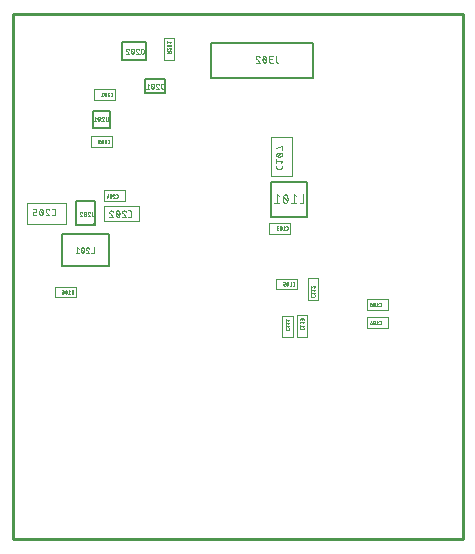
<source format=gbr>
G04 EAGLE Gerber RS-274X export*
G75*
%MOMM*%
%FSLAX34Y34*%
%LPD*%
%INReference Desginators Bottom*%
%IPPOS*%
%AMOC8*
5,1,8,0,0,1.08239X$1,22.5*%
G01*
%ADD10C,0.050800*%
%ADD11C,0.050000*%
%ADD12C,0.025400*%
%ADD13C,0.076200*%
%ADD14C,0.127000*%
%ADD15C,0.152400*%
%ADD16C,0.254000*%


D10*
X218330Y307858D02*
X218330Y340858D01*
X236330Y340858D01*
X236330Y307858D01*
X218330Y307858D01*
X222682Y315178D02*
X222682Y316420D01*
X222682Y315178D02*
X222684Y315108D01*
X222690Y315039D01*
X222700Y314970D01*
X222713Y314902D01*
X222731Y314834D01*
X222752Y314768D01*
X222777Y314703D01*
X222805Y314639D01*
X222837Y314577D01*
X222872Y314517D01*
X222911Y314459D01*
X222953Y314404D01*
X222998Y314350D01*
X223046Y314300D01*
X223096Y314252D01*
X223150Y314207D01*
X223205Y314165D01*
X223263Y314126D01*
X223323Y314091D01*
X223385Y314059D01*
X223449Y314031D01*
X223514Y314006D01*
X223580Y313985D01*
X223648Y313967D01*
X223716Y313954D01*
X223785Y313944D01*
X223854Y313938D01*
X223924Y313936D01*
X227028Y313936D01*
X227098Y313938D01*
X227167Y313944D01*
X227236Y313954D01*
X227304Y313967D01*
X227372Y313985D01*
X227438Y314006D01*
X227503Y314031D01*
X227567Y314059D01*
X227629Y314091D01*
X227689Y314126D01*
X227747Y314165D01*
X227802Y314207D01*
X227856Y314252D01*
X227906Y314300D01*
X227954Y314350D01*
X227999Y314404D01*
X228041Y314459D01*
X228080Y314517D01*
X228115Y314577D01*
X228147Y314639D01*
X228175Y314703D01*
X228200Y314768D01*
X228221Y314834D01*
X228239Y314902D01*
X228252Y314970D01*
X228262Y315039D01*
X228268Y315108D01*
X228270Y315178D01*
X228270Y316420D01*
X227028Y318524D02*
X228270Y320076D01*
X222682Y320076D01*
X222682Y318524D02*
X222682Y321629D01*
X225476Y324011D02*
X225607Y324013D01*
X225737Y324018D01*
X225867Y324028D01*
X225997Y324041D01*
X226127Y324057D01*
X226256Y324077D01*
X226384Y324101D01*
X226511Y324129D01*
X226638Y324160D01*
X226764Y324195D01*
X226889Y324233D01*
X227013Y324275D01*
X227135Y324320D01*
X227256Y324369D01*
X227376Y324421D01*
X227494Y324477D01*
X227494Y324476D02*
X227554Y324499D01*
X227614Y324525D01*
X227671Y324554D01*
X227727Y324587D01*
X227781Y324623D01*
X227833Y324661D01*
X227883Y324703D01*
X227930Y324747D01*
X227975Y324794D01*
X228017Y324844D01*
X228056Y324895D01*
X228092Y324949D01*
X228125Y325005D01*
X228155Y325062D01*
X228182Y325121D01*
X228205Y325182D01*
X228225Y325243D01*
X228241Y325306D01*
X228254Y325370D01*
X228263Y325434D01*
X228268Y325498D01*
X228270Y325563D01*
X228268Y325628D01*
X228263Y325692D01*
X228254Y325756D01*
X228241Y325820D01*
X228225Y325883D01*
X228205Y325944D01*
X228182Y326005D01*
X228155Y326064D01*
X228125Y326121D01*
X228092Y326177D01*
X228056Y326231D01*
X228017Y326282D01*
X227975Y326332D01*
X227930Y326379D01*
X227883Y326423D01*
X227833Y326465D01*
X227781Y326503D01*
X227727Y326539D01*
X227671Y326572D01*
X227614Y326601D01*
X227554Y326627D01*
X227494Y326650D01*
X227494Y326649D02*
X227376Y326705D01*
X227256Y326757D01*
X227135Y326806D01*
X227013Y326851D01*
X226889Y326893D01*
X226764Y326931D01*
X226638Y326966D01*
X226512Y326997D01*
X226384Y327025D01*
X226256Y327049D01*
X226127Y327069D01*
X225997Y327085D01*
X225867Y327098D01*
X225737Y327108D01*
X225607Y327113D01*
X225476Y327115D01*
X225476Y324011D02*
X225345Y324013D01*
X225215Y324018D01*
X225085Y324028D01*
X224955Y324041D01*
X224825Y324057D01*
X224696Y324077D01*
X224568Y324101D01*
X224441Y324129D01*
X224314Y324160D01*
X224188Y324195D01*
X224063Y324233D01*
X223939Y324275D01*
X223817Y324320D01*
X223696Y324369D01*
X223576Y324421D01*
X223458Y324477D01*
X223458Y324476D02*
X223398Y324499D01*
X223338Y324525D01*
X223281Y324554D01*
X223225Y324587D01*
X223171Y324623D01*
X223119Y324661D01*
X223069Y324703D01*
X223022Y324747D01*
X222977Y324794D01*
X222935Y324844D01*
X222896Y324895D01*
X222860Y324949D01*
X222827Y325005D01*
X222797Y325062D01*
X222770Y325121D01*
X222747Y325182D01*
X222727Y325243D01*
X222711Y325306D01*
X222698Y325370D01*
X222689Y325434D01*
X222684Y325498D01*
X222682Y325563D01*
X223458Y326649D02*
X223576Y326705D01*
X223696Y326757D01*
X223817Y326806D01*
X223939Y326851D01*
X224063Y326893D01*
X224188Y326931D01*
X224314Y326966D01*
X224440Y326997D01*
X224568Y327025D01*
X224696Y327049D01*
X224825Y327069D01*
X224955Y327085D01*
X225085Y327098D01*
X225215Y327108D01*
X225345Y327113D01*
X225476Y327115D01*
X223458Y326650D02*
X223398Y326627D01*
X223338Y326601D01*
X223281Y326572D01*
X223225Y326539D01*
X223171Y326503D01*
X223119Y326465D01*
X223069Y326423D01*
X223022Y326379D01*
X222977Y326332D01*
X222935Y326282D01*
X222896Y326231D01*
X222860Y326177D01*
X222827Y326121D01*
X222797Y326064D01*
X222770Y326005D01*
X222747Y325944D01*
X222727Y325883D01*
X222711Y325820D01*
X222698Y325756D01*
X222689Y325692D01*
X222684Y325628D01*
X222682Y325563D01*
X223924Y324321D02*
X227028Y326805D01*
X227649Y329497D02*
X228270Y329497D01*
X228270Y332601D01*
X222682Y331049D01*
D11*
X240648Y220654D02*
X240648Y211654D01*
X240648Y220654D02*
X222648Y220654D01*
X222648Y211654D01*
X240648Y211654D01*
D12*
X237568Y214868D02*
X236947Y214868D01*
X237568Y214868D02*
X237617Y214870D01*
X237665Y214876D01*
X237713Y214885D01*
X237760Y214898D01*
X237806Y214915D01*
X237850Y214936D01*
X237892Y214960D01*
X237933Y214987D01*
X237971Y215017D01*
X238007Y215050D01*
X238040Y215086D01*
X238070Y215124D01*
X238097Y215165D01*
X238121Y215207D01*
X238142Y215251D01*
X238159Y215297D01*
X238172Y215344D01*
X238181Y215392D01*
X238187Y215440D01*
X238189Y215489D01*
X238189Y217041D01*
X238187Y217090D01*
X238181Y217138D01*
X238172Y217186D01*
X238159Y217233D01*
X238142Y217279D01*
X238121Y217323D01*
X238097Y217365D01*
X238070Y217406D01*
X238040Y217444D01*
X238007Y217480D01*
X237971Y217513D01*
X237933Y217543D01*
X237892Y217570D01*
X237850Y217594D01*
X237806Y217615D01*
X237760Y217632D01*
X237713Y217645D01*
X237665Y217654D01*
X237617Y217660D01*
X237568Y217662D01*
X236947Y217662D01*
X235895Y217041D02*
X235119Y217662D01*
X235119Y214868D01*
X235895Y214868D02*
X234343Y214868D01*
X233152Y216265D02*
X233150Y216360D01*
X233144Y216455D01*
X233134Y216549D01*
X233121Y216643D01*
X233103Y216736D01*
X233082Y216829D01*
X233057Y216921D01*
X233028Y217011D01*
X232995Y217100D01*
X232959Y217188D01*
X232919Y217274D01*
X232903Y217316D01*
X232884Y217356D01*
X232861Y217394D01*
X232836Y217431D01*
X232808Y217466D01*
X232778Y217498D01*
X232745Y217528D01*
X232710Y217555D01*
X232672Y217580D01*
X232633Y217601D01*
X232593Y217619D01*
X232551Y217635D01*
X232508Y217647D01*
X232465Y217655D01*
X232420Y217660D01*
X232376Y217662D01*
X232332Y217660D01*
X232287Y217655D01*
X232244Y217647D01*
X232201Y217635D01*
X232159Y217619D01*
X232119Y217601D01*
X232080Y217580D01*
X232042Y217555D01*
X232007Y217528D01*
X231974Y217498D01*
X231944Y217466D01*
X231916Y217431D01*
X231891Y217394D01*
X231868Y217356D01*
X231849Y217316D01*
X231833Y217274D01*
X231793Y217188D01*
X231757Y217100D01*
X231724Y217011D01*
X231695Y216920D01*
X231670Y216829D01*
X231649Y216736D01*
X231631Y216643D01*
X231618Y216549D01*
X231608Y216455D01*
X231602Y216360D01*
X231600Y216265D01*
X233152Y216265D02*
X233150Y216170D01*
X233144Y216075D01*
X233134Y215981D01*
X233121Y215887D01*
X233103Y215794D01*
X233082Y215701D01*
X233057Y215610D01*
X233028Y215519D01*
X232995Y215430D01*
X232959Y215342D01*
X232919Y215256D01*
X232903Y215214D01*
X232884Y215174D01*
X232861Y215136D01*
X232836Y215099D01*
X232808Y215064D01*
X232778Y215032D01*
X232745Y215002D01*
X232710Y214975D01*
X232672Y214950D01*
X232633Y214929D01*
X232593Y214911D01*
X232551Y214895D01*
X232508Y214883D01*
X232465Y214875D01*
X232420Y214870D01*
X232376Y214868D01*
X231832Y215256D02*
X231792Y215342D01*
X231756Y215430D01*
X231723Y215519D01*
X231694Y215609D01*
X231669Y215701D01*
X231648Y215794D01*
X231630Y215887D01*
X231617Y215981D01*
X231607Y216075D01*
X231601Y216170D01*
X231599Y216265D01*
X231833Y215256D02*
X231849Y215214D01*
X231868Y215174D01*
X231891Y215136D01*
X231916Y215099D01*
X231944Y215064D01*
X231974Y215032D01*
X232007Y215002D01*
X232042Y214975D01*
X232080Y214950D01*
X232119Y214929D01*
X232159Y214911D01*
X232201Y214895D01*
X232244Y214883D01*
X232287Y214875D01*
X232332Y214870D01*
X232376Y214868D01*
X232996Y215489D02*
X231755Y217041D01*
X230408Y214868D02*
X229477Y214868D01*
X229428Y214870D01*
X229380Y214876D01*
X229332Y214885D01*
X229285Y214898D01*
X229239Y214915D01*
X229195Y214936D01*
X229153Y214959D01*
X229112Y214987D01*
X229074Y215017D01*
X229038Y215050D01*
X229005Y215086D01*
X228975Y215124D01*
X228948Y215164D01*
X228924Y215207D01*
X228903Y215251D01*
X228886Y215297D01*
X228873Y215344D01*
X228864Y215392D01*
X228858Y215440D01*
X228856Y215489D01*
X228856Y215799D01*
X228858Y215848D01*
X228864Y215896D01*
X228873Y215944D01*
X228886Y215991D01*
X228903Y216037D01*
X228924Y216081D01*
X228948Y216123D01*
X228975Y216164D01*
X229005Y216202D01*
X229038Y216238D01*
X229074Y216271D01*
X229112Y216301D01*
X229153Y216329D01*
X229195Y216352D01*
X229239Y216373D01*
X229285Y216390D01*
X229332Y216403D01*
X229380Y216412D01*
X229428Y216418D01*
X229477Y216420D01*
X230408Y216420D01*
X230408Y217662D01*
X228856Y217662D01*
D11*
X235060Y258898D02*
X235060Y267898D01*
X217060Y267898D01*
X217060Y258898D01*
X235060Y258898D01*
D12*
X231980Y262112D02*
X231359Y262112D01*
X231980Y262112D02*
X232029Y262114D01*
X232077Y262120D01*
X232125Y262129D01*
X232172Y262142D01*
X232218Y262159D01*
X232262Y262180D01*
X232304Y262204D01*
X232345Y262231D01*
X232383Y262261D01*
X232419Y262294D01*
X232452Y262330D01*
X232482Y262368D01*
X232509Y262409D01*
X232533Y262451D01*
X232554Y262495D01*
X232571Y262541D01*
X232584Y262588D01*
X232593Y262636D01*
X232599Y262684D01*
X232601Y262733D01*
X232601Y264285D01*
X232599Y264334D01*
X232593Y264382D01*
X232584Y264430D01*
X232571Y264477D01*
X232554Y264523D01*
X232533Y264567D01*
X232509Y264609D01*
X232482Y264650D01*
X232452Y264688D01*
X232419Y264724D01*
X232383Y264757D01*
X232345Y264787D01*
X232304Y264814D01*
X232262Y264838D01*
X232218Y264859D01*
X232172Y264876D01*
X232125Y264889D01*
X232077Y264898D01*
X232029Y264904D01*
X231980Y264906D01*
X231359Y264906D01*
X230307Y264285D02*
X229531Y264906D01*
X229531Y262112D01*
X230307Y262112D02*
X228755Y262112D01*
X227564Y263509D02*
X227562Y263604D01*
X227556Y263699D01*
X227546Y263793D01*
X227533Y263887D01*
X227515Y263980D01*
X227494Y264073D01*
X227469Y264165D01*
X227440Y264255D01*
X227407Y264344D01*
X227371Y264432D01*
X227331Y264518D01*
X227315Y264560D01*
X227296Y264600D01*
X227273Y264638D01*
X227248Y264675D01*
X227220Y264710D01*
X227190Y264742D01*
X227157Y264772D01*
X227122Y264799D01*
X227084Y264824D01*
X227045Y264845D01*
X227005Y264863D01*
X226963Y264879D01*
X226920Y264891D01*
X226877Y264899D01*
X226832Y264904D01*
X226788Y264906D01*
X226744Y264904D01*
X226699Y264899D01*
X226656Y264891D01*
X226613Y264879D01*
X226571Y264863D01*
X226531Y264845D01*
X226492Y264824D01*
X226454Y264799D01*
X226419Y264772D01*
X226386Y264742D01*
X226356Y264710D01*
X226328Y264675D01*
X226303Y264638D01*
X226280Y264600D01*
X226261Y264560D01*
X226245Y264518D01*
X226205Y264432D01*
X226169Y264344D01*
X226136Y264255D01*
X226107Y264164D01*
X226082Y264073D01*
X226061Y263980D01*
X226043Y263887D01*
X226030Y263793D01*
X226020Y263699D01*
X226014Y263604D01*
X226012Y263509D01*
X227564Y263509D02*
X227562Y263414D01*
X227556Y263319D01*
X227546Y263225D01*
X227533Y263131D01*
X227515Y263038D01*
X227494Y262945D01*
X227469Y262854D01*
X227440Y262763D01*
X227407Y262674D01*
X227371Y262586D01*
X227331Y262500D01*
X227315Y262458D01*
X227296Y262418D01*
X227273Y262380D01*
X227248Y262343D01*
X227220Y262308D01*
X227190Y262276D01*
X227157Y262246D01*
X227122Y262219D01*
X227084Y262194D01*
X227045Y262173D01*
X227005Y262155D01*
X226963Y262139D01*
X226920Y262127D01*
X226877Y262119D01*
X226832Y262114D01*
X226788Y262112D01*
X226244Y262500D02*
X226204Y262586D01*
X226168Y262674D01*
X226135Y262763D01*
X226106Y262853D01*
X226081Y262945D01*
X226060Y263038D01*
X226042Y263131D01*
X226029Y263225D01*
X226019Y263319D01*
X226013Y263414D01*
X226011Y263509D01*
X226245Y262500D02*
X226261Y262458D01*
X226280Y262418D01*
X226303Y262380D01*
X226328Y262343D01*
X226356Y262308D01*
X226386Y262276D01*
X226419Y262246D01*
X226454Y262219D01*
X226492Y262194D01*
X226531Y262173D01*
X226571Y262155D01*
X226613Y262139D01*
X226656Y262127D01*
X226699Y262119D01*
X226744Y262114D01*
X226788Y262112D01*
X227408Y262733D02*
X226167Y264285D01*
X224820Y262112D02*
X224044Y262112D01*
X223989Y262114D01*
X223934Y262120D01*
X223879Y262130D01*
X223825Y262143D01*
X223773Y262161D01*
X223722Y262182D01*
X223672Y262207D01*
X223624Y262235D01*
X223579Y262267D01*
X223536Y262302D01*
X223495Y262339D01*
X223458Y262380D01*
X223423Y262423D01*
X223391Y262468D01*
X223363Y262516D01*
X223338Y262566D01*
X223317Y262617D01*
X223299Y262669D01*
X223286Y262723D01*
X223276Y262778D01*
X223270Y262833D01*
X223268Y262888D01*
X223270Y262943D01*
X223276Y262998D01*
X223286Y263053D01*
X223299Y263107D01*
X223317Y263159D01*
X223338Y263210D01*
X223363Y263260D01*
X223391Y263308D01*
X223423Y263353D01*
X223458Y263396D01*
X223495Y263437D01*
X223536Y263474D01*
X223579Y263509D01*
X223624Y263541D01*
X223672Y263569D01*
X223722Y263594D01*
X223773Y263615D01*
X223825Y263633D01*
X223879Y263646D01*
X223934Y263656D01*
X223989Y263662D01*
X224044Y263664D01*
X223889Y264906D02*
X224820Y264906D01*
X223889Y264906D02*
X223840Y264904D01*
X223792Y264898D01*
X223744Y264889D01*
X223697Y264876D01*
X223651Y264859D01*
X223607Y264838D01*
X223565Y264814D01*
X223524Y264787D01*
X223486Y264757D01*
X223450Y264724D01*
X223417Y264688D01*
X223387Y264650D01*
X223360Y264609D01*
X223336Y264567D01*
X223315Y264523D01*
X223298Y264477D01*
X223285Y264430D01*
X223276Y264382D01*
X223270Y264334D01*
X223268Y264285D01*
X223270Y264236D01*
X223276Y264188D01*
X223285Y264140D01*
X223298Y264093D01*
X223315Y264047D01*
X223336Y264003D01*
X223360Y263961D01*
X223387Y263920D01*
X223417Y263882D01*
X223450Y263846D01*
X223486Y263813D01*
X223524Y263783D01*
X223565Y263756D01*
X223607Y263732D01*
X223651Y263711D01*
X223697Y263694D01*
X223744Y263681D01*
X223792Y263672D01*
X223840Y263666D01*
X223889Y263664D01*
X224510Y263664D01*
D11*
X86470Y372182D02*
X86470Y381182D01*
X68470Y381182D01*
X68470Y372182D01*
X86470Y372182D01*
D12*
X83390Y375396D02*
X82769Y375396D01*
X83390Y375396D02*
X83439Y375398D01*
X83487Y375404D01*
X83535Y375413D01*
X83582Y375426D01*
X83628Y375443D01*
X83672Y375464D01*
X83714Y375488D01*
X83755Y375515D01*
X83793Y375545D01*
X83829Y375578D01*
X83862Y375614D01*
X83892Y375652D01*
X83919Y375693D01*
X83943Y375735D01*
X83964Y375779D01*
X83981Y375825D01*
X83994Y375872D01*
X84003Y375920D01*
X84009Y375968D01*
X84011Y376017D01*
X84011Y377569D01*
X84009Y377618D01*
X84003Y377666D01*
X83994Y377714D01*
X83981Y377761D01*
X83964Y377807D01*
X83943Y377851D01*
X83919Y377893D01*
X83892Y377934D01*
X83862Y377972D01*
X83829Y378008D01*
X83793Y378041D01*
X83755Y378071D01*
X83714Y378098D01*
X83672Y378122D01*
X83628Y378143D01*
X83582Y378160D01*
X83535Y378173D01*
X83487Y378182D01*
X83439Y378188D01*
X83390Y378190D01*
X82769Y378190D01*
X80863Y378191D02*
X80813Y378189D01*
X80764Y378184D01*
X80714Y378175D01*
X80666Y378163D01*
X80619Y378147D01*
X80573Y378128D01*
X80528Y378105D01*
X80485Y378080D01*
X80444Y378052D01*
X80405Y378020D01*
X80369Y377986D01*
X80335Y377950D01*
X80303Y377911D01*
X80275Y377870D01*
X80250Y377827D01*
X80227Y377782D01*
X80208Y377736D01*
X80192Y377689D01*
X80180Y377641D01*
X80171Y377591D01*
X80166Y377542D01*
X80164Y377492D01*
X80863Y378190D02*
X80919Y378188D01*
X80976Y378183D01*
X81031Y378174D01*
X81086Y378162D01*
X81140Y378146D01*
X81193Y378127D01*
X81245Y378104D01*
X81295Y378079D01*
X81344Y378050D01*
X81391Y378018D01*
X81435Y377984D01*
X81477Y377947D01*
X81517Y377907D01*
X81555Y377864D01*
X81589Y377820D01*
X81621Y377773D01*
X81649Y377724D01*
X81675Y377674D01*
X81697Y377622D01*
X81716Y377569D01*
X80398Y376949D02*
X80362Y376985D01*
X80329Y377023D01*
X80299Y377064D01*
X80272Y377106D01*
X80247Y377151D01*
X80226Y377197D01*
X80207Y377244D01*
X80192Y377292D01*
X80180Y377341D01*
X80172Y377391D01*
X80167Y377441D01*
X80165Y377492D01*
X80398Y376948D02*
X81717Y375396D01*
X80165Y375396D01*
X78974Y376793D02*
X78972Y376888D01*
X78966Y376983D01*
X78956Y377077D01*
X78943Y377171D01*
X78925Y377264D01*
X78904Y377357D01*
X78879Y377449D01*
X78850Y377539D01*
X78817Y377628D01*
X78781Y377716D01*
X78741Y377802D01*
X78725Y377844D01*
X78706Y377884D01*
X78683Y377922D01*
X78658Y377959D01*
X78630Y377994D01*
X78600Y378026D01*
X78567Y378056D01*
X78532Y378083D01*
X78494Y378108D01*
X78455Y378129D01*
X78415Y378147D01*
X78373Y378163D01*
X78330Y378175D01*
X78287Y378183D01*
X78242Y378188D01*
X78198Y378190D01*
X78154Y378188D01*
X78109Y378183D01*
X78066Y378175D01*
X78023Y378163D01*
X77981Y378147D01*
X77941Y378129D01*
X77902Y378108D01*
X77864Y378083D01*
X77829Y378056D01*
X77796Y378026D01*
X77766Y377994D01*
X77738Y377959D01*
X77713Y377922D01*
X77690Y377884D01*
X77671Y377844D01*
X77655Y377802D01*
X77615Y377716D01*
X77579Y377628D01*
X77546Y377539D01*
X77517Y377448D01*
X77492Y377357D01*
X77471Y377264D01*
X77453Y377171D01*
X77440Y377077D01*
X77430Y376983D01*
X77424Y376888D01*
X77422Y376793D01*
X78974Y376793D02*
X78972Y376698D01*
X78966Y376603D01*
X78956Y376509D01*
X78943Y376415D01*
X78925Y376322D01*
X78904Y376229D01*
X78879Y376138D01*
X78850Y376047D01*
X78817Y375958D01*
X78781Y375870D01*
X78741Y375784D01*
X78725Y375742D01*
X78706Y375702D01*
X78683Y375664D01*
X78658Y375627D01*
X78630Y375592D01*
X78600Y375560D01*
X78567Y375530D01*
X78532Y375503D01*
X78494Y375478D01*
X78455Y375457D01*
X78415Y375439D01*
X78373Y375423D01*
X78330Y375411D01*
X78287Y375403D01*
X78242Y375398D01*
X78198Y375396D01*
X77654Y375784D02*
X77614Y375870D01*
X77578Y375958D01*
X77545Y376047D01*
X77516Y376137D01*
X77491Y376229D01*
X77470Y376322D01*
X77452Y376415D01*
X77439Y376509D01*
X77429Y376603D01*
X77423Y376698D01*
X77421Y376793D01*
X77655Y375784D02*
X77671Y375742D01*
X77690Y375702D01*
X77713Y375664D01*
X77738Y375627D01*
X77766Y375592D01*
X77796Y375560D01*
X77829Y375530D01*
X77864Y375503D01*
X77902Y375478D01*
X77941Y375457D01*
X77981Y375439D01*
X78023Y375423D01*
X78066Y375411D01*
X78109Y375403D01*
X78154Y375398D01*
X78198Y375396D01*
X78818Y376017D02*
X77577Y377569D01*
X76230Y377569D02*
X75454Y378190D01*
X75454Y375396D01*
X76230Y375396D02*
X74678Y375396D01*
D11*
X83930Y341050D02*
X83930Y332050D01*
X83930Y341050D02*
X65930Y341050D01*
X65930Y332050D01*
X83930Y332050D01*
D12*
X80850Y335264D02*
X80229Y335264D01*
X80850Y335264D02*
X80899Y335266D01*
X80947Y335272D01*
X80995Y335281D01*
X81042Y335294D01*
X81088Y335311D01*
X81132Y335332D01*
X81174Y335356D01*
X81215Y335383D01*
X81253Y335413D01*
X81289Y335446D01*
X81322Y335482D01*
X81352Y335520D01*
X81379Y335561D01*
X81403Y335603D01*
X81424Y335647D01*
X81441Y335693D01*
X81454Y335740D01*
X81463Y335788D01*
X81469Y335836D01*
X81471Y335885D01*
X81471Y337437D01*
X81469Y337486D01*
X81463Y337534D01*
X81454Y337582D01*
X81441Y337629D01*
X81424Y337675D01*
X81403Y337719D01*
X81379Y337761D01*
X81352Y337802D01*
X81322Y337840D01*
X81289Y337876D01*
X81253Y337909D01*
X81215Y337939D01*
X81174Y337966D01*
X81132Y337990D01*
X81088Y338011D01*
X81042Y338028D01*
X80995Y338041D01*
X80947Y338050D01*
X80899Y338056D01*
X80850Y338058D01*
X80229Y338058D01*
X78323Y338059D02*
X78273Y338057D01*
X78224Y338052D01*
X78174Y338043D01*
X78126Y338031D01*
X78079Y338015D01*
X78033Y337996D01*
X77988Y337973D01*
X77945Y337948D01*
X77904Y337920D01*
X77865Y337888D01*
X77829Y337854D01*
X77795Y337818D01*
X77763Y337779D01*
X77735Y337738D01*
X77710Y337695D01*
X77687Y337650D01*
X77668Y337604D01*
X77652Y337557D01*
X77640Y337509D01*
X77631Y337459D01*
X77626Y337410D01*
X77624Y337360D01*
X78323Y338058D02*
X78379Y338056D01*
X78436Y338051D01*
X78491Y338042D01*
X78546Y338030D01*
X78600Y338014D01*
X78653Y337995D01*
X78705Y337972D01*
X78755Y337947D01*
X78804Y337918D01*
X78851Y337886D01*
X78895Y337852D01*
X78937Y337815D01*
X78977Y337775D01*
X79015Y337732D01*
X79049Y337688D01*
X79081Y337641D01*
X79109Y337592D01*
X79135Y337542D01*
X79157Y337490D01*
X79176Y337437D01*
X77858Y336817D02*
X77822Y336853D01*
X77789Y336891D01*
X77759Y336932D01*
X77732Y336974D01*
X77707Y337019D01*
X77686Y337065D01*
X77667Y337112D01*
X77652Y337160D01*
X77640Y337209D01*
X77632Y337259D01*
X77627Y337309D01*
X77625Y337360D01*
X77858Y336816D02*
X79177Y335264D01*
X77625Y335264D01*
X76434Y336661D02*
X76432Y336756D01*
X76426Y336851D01*
X76416Y336945D01*
X76403Y337039D01*
X76385Y337132D01*
X76364Y337225D01*
X76339Y337317D01*
X76310Y337407D01*
X76277Y337496D01*
X76241Y337584D01*
X76201Y337670D01*
X76185Y337712D01*
X76166Y337752D01*
X76143Y337790D01*
X76118Y337827D01*
X76090Y337862D01*
X76060Y337894D01*
X76027Y337924D01*
X75992Y337951D01*
X75954Y337976D01*
X75915Y337997D01*
X75875Y338015D01*
X75833Y338031D01*
X75790Y338043D01*
X75747Y338051D01*
X75702Y338056D01*
X75658Y338058D01*
X75614Y338056D01*
X75569Y338051D01*
X75526Y338043D01*
X75483Y338031D01*
X75441Y338015D01*
X75401Y337997D01*
X75362Y337976D01*
X75324Y337951D01*
X75289Y337924D01*
X75256Y337894D01*
X75226Y337862D01*
X75198Y337827D01*
X75173Y337790D01*
X75150Y337752D01*
X75131Y337712D01*
X75115Y337670D01*
X75075Y337584D01*
X75039Y337496D01*
X75006Y337407D01*
X74977Y337316D01*
X74952Y337225D01*
X74931Y337132D01*
X74913Y337039D01*
X74900Y336945D01*
X74890Y336851D01*
X74884Y336756D01*
X74882Y336661D01*
X76434Y336661D02*
X76432Y336566D01*
X76426Y336471D01*
X76416Y336377D01*
X76403Y336283D01*
X76385Y336190D01*
X76364Y336097D01*
X76339Y336006D01*
X76310Y335915D01*
X76277Y335826D01*
X76241Y335738D01*
X76201Y335652D01*
X76185Y335610D01*
X76166Y335570D01*
X76143Y335532D01*
X76118Y335495D01*
X76090Y335460D01*
X76060Y335428D01*
X76027Y335398D01*
X75992Y335371D01*
X75954Y335346D01*
X75915Y335325D01*
X75875Y335307D01*
X75833Y335291D01*
X75790Y335279D01*
X75747Y335271D01*
X75702Y335266D01*
X75658Y335264D01*
X75114Y335652D02*
X75074Y335738D01*
X75038Y335826D01*
X75005Y335915D01*
X74976Y336005D01*
X74951Y336097D01*
X74930Y336190D01*
X74912Y336283D01*
X74899Y336377D01*
X74889Y336471D01*
X74883Y336566D01*
X74881Y336661D01*
X75115Y335652D02*
X75131Y335610D01*
X75150Y335570D01*
X75173Y335532D01*
X75198Y335495D01*
X75226Y335460D01*
X75256Y335428D01*
X75289Y335398D01*
X75324Y335371D01*
X75362Y335346D01*
X75401Y335325D01*
X75441Y335307D01*
X75483Y335291D01*
X75526Y335279D01*
X75569Y335271D01*
X75614Y335266D01*
X75658Y335264D01*
X76278Y335885D02*
X75037Y337437D01*
X73690Y335264D02*
X72914Y335264D01*
X72859Y335266D01*
X72804Y335272D01*
X72749Y335282D01*
X72695Y335295D01*
X72643Y335313D01*
X72592Y335334D01*
X72542Y335359D01*
X72494Y335387D01*
X72449Y335419D01*
X72406Y335454D01*
X72365Y335491D01*
X72328Y335532D01*
X72293Y335575D01*
X72261Y335620D01*
X72233Y335668D01*
X72208Y335718D01*
X72187Y335769D01*
X72169Y335821D01*
X72156Y335875D01*
X72146Y335930D01*
X72140Y335985D01*
X72138Y336040D01*
X72140Y336095D01*
X72146Y336150D01*
X72156Y336205D01*
X72169Y336259D01*
X72187Y336311D01*
X72208Y336362D01*
X72233Y336412D01*
X72261Y336460D01*
X72293Y336505D01*
X72328Y336548D01*
X72365Y336589D01*
X72406Y336626D01*
X72449Y336661D01*
X72494Y336693D01*
X72542Y336721D01*
X72592Y336746D01*
X72643Y336767D01*
X72695Y336785D01*
X72749Y336798D01*
X72804Y336808D01*
X72859Y336814D01*
X72914Y336816D01*
X72759Y338058D02*
X73690Y338058D01*
X72759Y338058D02*
X72710Y338056D01*
X72662Y338050D01*
X72614Y338041D01*
X72567Y338028D01*
X72521Y338011D01*
X72477Y337990D01*
X72435Y337966D01*
X72394Y337939D01*
X72356Y337909D01*
X72320Y337876D01*
X72287Y337840D01*
X72257Y337802D01*
X72230Y337761D01*
X72206Y337719D01*
X72185Y337675D01*
X72168Y337629D01*
X72155Y337582D01*
X72146Y337534D01*
X72140Y337486D01*
X72138Y337437D01*
X72140Y337388D01*
X72146Y337340D01*
X72155Y337292D01*
X72168Y337245D01*
X72185Y337199D01*
X72206Y337155D01*
X72230Y337113D01*
X72257Y337072D01*
X72287Y337034D01*
X72320Y336998D01*
X72356Y336965D01*
X72394Y336935D01*
X72435Y336908D01*
X72477Y336884D01*
X72521Y336863D01*
X72567Y336846D01*
X72614Y336833D01*
X72662Y336824D01*
X72710Y336818D01*
X72759Y336816D01*
X73380Y336816D01*
D11*
X299864Y187888D02*
X299864Y178888D01*
X317864Y178888D01*
X317864Y187888D01*
X299864Y187888D01*
D12*
X310414Y181880D02*
X311035Y181880D01*
X311084Y181882D01*
X311132Y181888D01*
X311180Y181897D01*
X311227Y181910D01*
X311273Y181927D01*
X311317Y181948D01*
X311359Y181972D01*
X311400Y181999D01*
X311438Y182029D01*
X311474Y182062D01*
X311507Y182098D01*
X311537Y182136D01*
X311564Y182177D01*
X311588Y182219D01*
X311609Y182263D01*
X311626Y182309D01*
X311639Y182356D01*
X311648Y182404D01*
X311654Y182452D01*
X311656Y182501D01*
X311656Y184053D01*
X311654Y184102D01*
X311648Y184150D01*
X311639Y184198D01*
X311626Y184245D01*
X311609Y184291D01*
X311588Y184335D01*
X311564Y184377D01*
X311537Y184418D01*
X311507Y184456D01*
X311474Y184492D01*
X311438Y184525D01*
X311400Y184555D01*
X311359Y184582D01*
X311317Y184606D01*
X311273Y184627D01*
X311227Y184644D01*
X311180Y184657D01*
X311132Y184666D01*
X311084Y184672D01*
X311035Y184674D01*
X310414Y184674D01*
X309362Y184053D02*
X308586Y184674D01*
X308586Y181880D01*
X309362Y181880D02*
X307809Y181880D01*
X306619Y183277D02*
X306617Y183372D01*
X306611Y183467D01*
X306601Y183561D01*
X306588Y183655D01*
X306570Y183748D01*
X306549Y183841D01*
X306524Y183933D01*
X306495Y184023D01*
X306462Y184112D01*
X306426Y184200D01*
X306386Y184286D01*
X306385Y184286D02*
X306369Y184328D01*
X306350Y184368D01*
X306327Y184406D01*
X306302Y184443D01*
X306274Y184478D01*
X306244Y184510D01*
X306211Y184540D01*
X306176Y184567D01*
X306138Y184592D01*
X306099Y184613D01*
X306059Y184631D01*
X306017Y184647D01*
X305974Y184659D01*
X305931Y184667D01*
X305886Y184672D01*
X305842Y184674D01*
X305798Y184672D01*
X305753Y184667D01*
X305710Y184659D01*
X305667Y184647D01*
X305625Y184631D01*
X305585Y184613D01*
X305546Y184592D01*
X305508Y184567D01*
X305473Y184540D01*
X305440Y184510D01*
X305410Y184478D01*
X305382Y184443D01*
X305357Y184406D01*
X305334Y184368D01*
X305315Y184328D01*
X305299Y184286D01*
X305300Y184286D02*
X305260Y184200D01*
X305224Y184112D01*
X305191Y184023D01*
X305162Y183932D01*
X305137Y183841D01*
X305116Y183748D01*
X305098Y183655D01*
X305085Y183561D01*
X305075Y183467D01*
X305069Y183372D01*
X305067Y183277D01*
X306619Y183277D02*
X306617Y183182D01*
X306611Y183087D01*
X306601Y182993D01*
X306588Y182899D01*
X306570Y182806D01*
X306549Y182713D01*
X306524Y182622D01*
X306495Y182531D01*
X306462Y182442D01*
X306426Y182354D01*
X306386Y182268D01*
X306385Y182268D02*
X306369Y182226D01*
X306350Y182186D01*
X306327Y182148D01*
X306302Y182111D01*
X306274Y182076D01*
X306244Y182044D01*
X306211Y182014D01*
X306176Y181987D01*
X306138Y181962D01*
X306099Y181941D01*
X306059Y181923D01*
X306017Y181907D01*
X305974Y181895D01*
X305931Y181887D01*
X305886Y181882D01*
X305842Y181880D01*
X305299Y182268D02*
X305259Y182354D01*
X305223Y182442D01*
X305190Y182531D01*
X305161Y182621D01*
X305136Y182713D01*
X305115Y182806D01*
X305097Y182899D01*
X305084Y182993D01*
X305074Y183087D01*
X305068Y183182D01*
X305066Y183277D01*
X305299Y182268D02*
X305315Y182226D01*
X305334Y182186D01*
X305357Y182148D01*
X305382Y182111D01*
X305410Y182076D01*
X305440Y182044D01*
X305473Y182014D01*
X305508Y181987D01*
X305546Y181962D01*
X305585Y181941D01*
X305625Y181923D01*
X305667Y181907D01*
X305710Y181895D01*
X305753Y181887D01*
X305798Y181882D01*
X305842Y181880D01*
X306463Y182501D02*
X305221Y184053D01*
X303875Y182501D02*
X303254Y184674D01*
X303875Y182501D02*
X302323Y182501D01*
X302789Y183122D02*
X302789Y181880D01*
D11*
X299864Y194382D02*
X299864Y203382D01*
X299864Y194382D02*
X317864Y194382D01*
X317864Y203382D01*
X299864Y203382D01*
D12*
X310414Y197374D02*
X311035Y197374D01*
X311084Y197376D01*
X311132Y197382D01*
X311180Y197391D01*
X311227Y197404D01*
X311273Y197421D01*
X311317Y197442D01*
X311359Y197466D01*
X311400Y197493D01*
X311438Y197523D01*
X311474Y197556D01*
X311507Y197592D01*
X311537Y197630D01*
X311564Y197671D01*
X311588Y197713D01*
X311609Y197757D01*
X311626Y197803D01*
X311639Y197850D01*
X311648Y197898D01*
X311654Y197946D01*
X311656Y197995D01*
X311656Y199547D01*
X311654Y199596D01*
X311648Y199644D01*
X311639Y199692D01*
X311626Y199739D01*
X311609Y199785D01*
X311588Y199829D01*
X311564Y199871D01*
X311537Y199912D01*
X311507Y199950D01*
X311474Y199986D01*
X311438Y200019D01*
X311400Y200049D01*
X311359Y200076D01*
X311317Y200100D01*
X311273Y200121D01*
X311227Y200138D01*
X311180Y200151D01*
X311132Y200160D01*
X311084Y200166D01*
X311035Y200168D01*
X310414Y200168D01*
X309362Y199547D02*
X308586Y200168D01*
X308586Y197374D01*
X309362Y197374D02*
X307809Y197374D01*
X306619Y198771D02*
X306617Y198866D01*
X306611Y198961D01*
X306601Y199055D01*
X306588Y199149D01*
X306570Y199242D01*
X306549Y199335D01*
X306524Y199427D01*
X306495Y199517D01*
X306462Y199606D01*
X306426Y199694D01*
X306386Y199780D01*
X306385Y199780D02*
X306369Y199822D01*
X306350Y199862D01*
X306327Y199900D01*
X306302Y199937D01*
X306274Y199972D01*
X306244Y200004D01*
X306211Y200034D01*
X306176Y200061D01*
X306138Y200086D01*
X306099Y200107D01*
X306059Y200125D01*
X306017Y200141D01*
X305974Y200153D01*
X305931Y200161D01*
X305886Y200166D01*
X305842Y200168D01*
X305798Y200166D01*
X305753Y200161D01*
X305710Y200153D01*
X305667Y200141D01*
X305625Y200125D01*
X305585Y200107D01*
X305546Y200086D01*
X305508Y200061D01*
X305473Y200034D01*
X305440Y200004D01*
X305410Y199972D01*
X305382Y199937D01*
X305357Y199900D01*
X305334Y199862D01*
X305315Y199822D01*
X305299Y199780D01*
X305300Y199780D02*
X305260Y199694D01*
X305224Y199606D01*
X305191Y199517D01*
X305162Y199426D01*
X305137Y199335D01*
X305116Y199242D01*
X305098Y199149D01*
X305085Y199055D01*
X305075Y198961D01*
X305069Y198866D01*
X305067Y198771D01*
X306619Y198771D02*
X306617Y198676D01*
X306611Y198581D01*
X306601Y198487D01*
X306588Y198393D01*
X306570Y198300D01*
X306549Y198207D01*
X306524Y198116D01*
X306495Y198025D01*
X306462Y197936D01*
X306426Y197848D01*
X306386Y197762D01*
X306385Y197762D02*
X306369Y197720D01*
X306350Y197680D01*
X306327Y197642D01*
X306302Y197605D01*
X306274Y197570D01*
X306244Y197538D01*
X306211Y197508D01*
X306176Y197481D01*
X306138Y197456D01*
X306099Y197435D01*
X306059Y197417D01*
X306017Y197401D01*
X305974Y197389D01*
X305931Y197381D01*
X305886Y197376D01*
X305842Y197374D01*
X305299Y197762D02*
X305259Y197848D01*
X305223Y197936D01*
X305190Y198025D01*
X305161Y198115D01*
X305136Y198207D01*
X305115Y198300D01*
X305097Y198393D01*
X305084Y198487D01*
X305074Y198581D01*
X305068Y198676D01*
X305066Y198771D01*
X305299Y197762D02*
X305315Y197720D01*
X305334Y197680D01*
X305357Y197642D01*
X305382Y197605D01*
X305410Y197570D01*
X305440Y197538D01*
X305473Y197508D01*
X305508Y197481D01*
X305546Y197456D01*
X305585Y197435D01*
X305625Y197417D01*
X305667Y197401D01*
X305710Y197389D01*
X305753Y197381D01*
X305798Y197376D01*
X305842Y197374D01*
X306463Y197995D02*
X305221Y199547D01*
X303875Y198926D02*
X302944Y198926D01*
X302895Y198924D01*
X302847Y198918D01*
X302799Y198909D01*
X302752Y198896D01*
X302706Y198879D01*
X302662Y198858D01*
X302620Y198834D01*
X302579Y198807D01*
X302541Y198777D01*
X302505Y198744D01*
X302472Y198708D01*
X302442Y198670D01*
X302415Y198629D01*
X302391Y198587D01*
X302370Y198543D01*
X302353Y198497D01*
X302340Y198450D01*
X302331Y198402D01*
X302325Y198354D01*
X302323Y198305D01*
X302323Y198150D01*
X302325Y198095D01*
X302331Y198040D01*
X302341Y197985D01*
X302354Y197931D01*
X302372Y197879D01*
X302393Y197828D01*
X302418Y197778D01*
X302446Y197730D01*
X302478Y197685D01*
X302513Y197642D01*
X302550Y197601D01*
X302591Y197564D01*
X302634Y197529D01*
X302679Y197497D01*
X302727Y197469D01*
X302777Y197444D01*
X302828Y197423D01*
X302880Y197405D01*
X302934Y197392D01*
X302989Y197382D01*
X303044Y197376D01*
X303099Y197374D01*
X303154Y197376D01*
X303209Y197382D01*
X303264Y197392D01*
X303318Y197405D01*
X303370Y197423D01*
X303421Y197444D01*
X303471Y197469D01*
X303519Y197497D01*
X303564Y197529D01*
X303607Y197564D01*
X303648Y197601D01*
X303685Y197642D01*
X303720Y197685D01*
X303752Y197730D01*
X303780Y197778D01*
X303805Y197828D01*
X303826Y197879D01*
X303844Y197931D01*
X303857Y197985D01*
X303867Y198040D01*
X303873Y198095D01*
X303875Y198150D01*
X303875Y198926D01*
X303873Y198996D01*
X303867Y199065D01*
X303857Y199134D01*
X303844Y199202D01*
X303826Y199270D01*
X303805Y199336D01*
X303780Y199401D01*
X303752Y199465D01*
X303720Y199527D01*
X303685Y199587D01*
X303646Y199645D01*
X303604Y199700D01*
X303559Y199754D01*
X303511Y199804D01*
X303461Y199852D01*
X303407Y199897D01*
X303352Y199939D01*
X303294Y199978D01*
X303234Y200013D01*
X303172Y200045D01*
X303108Y200073D01*
X303043Y200098D01*
X302977Y200119D01*
X302909Y200137D01*
X302841Y200150D01*
X302772Y200160D01*
X302703Y200166D01*
X302633Y200168D01*
D11*
X236910Y189086D02*
X227910Y189086D01*
X227910Y171086D01*
X236910Y171086D01*
X236910Y189086D01*
D12*
X230902Y178536D02*
X230902Y177915D01*
X230904Y177866D01*
X230910Y177818D01*
X230919Y177770D01*
X230932Y177723D01*
X230949Y177677D01*
X230970Y177633D01*
X230994Y177591D01*
X231021Y177550D01*
X231051Y177512D01*
X231084Y177476D01*
X231120Y177443D01*
X231158Y177413D01*
X231199Y177386D01*
X231241Y177362D01*
X231285Y177341D01*
X231331Y177324D01*
X231378Y177311D01*
X231426Y177302D01*
X231474Y177296D01*
X231523Y177294D01*
X233075Y177294D01*
X233124Y177296D01*
X233172Y177302D01*
X233220Y177311D01*
X233267Y177324D01*
X233313Y177341D01*
X233357Y177362D01*
X233399Y177386D01*
X233440Y177413D01*
X233478Y177443D01*
X233514Y177476D01*
X233547Y177512D01*
X233577Y177550D01*
X233604Y177591D01*
X233628Y177633D01*
X233649Y177677D01*
X233666Y177723D01*
X233679Y177770D01*
X233688Y177818D01*
X233694Y177866D01*
X233696Y177915D01*
X233696Y178536D01*
X233075Y179588D02*
X233696Y180364D01*
X230902Y180364D01*
X230902Y179588D02*
X230902Y181141D01*
X233075Y182332D02*
X233696Y183108D01*
X230902Y183108D01*
X230902Y182332D02*
X230902Y183884D01*
X233075Y185075D02*
X233696Y185851D01*
X230902Y185851D01*
X230902Y185075D02*
X230902Y186627D01*
D11*
X249500Y202836D02*
X258500Y202836D01*
X258500Y220836D01*
X249500Y220836D01*
X249500Y202836D01*
D12*
X252714Y205916D02*
X252714Y206537D01*
X252714Y205916D02*
X252716Y205867D01*
X252722Y205819D01*
X252731Y205771D01*
X252744Y205724D01*
X252761Y205678D01*
X252782Y205634D01*
X252806Y205592D01*
X252833Y205551D01*
X252863Y205513D01*
X252896Y205477D01*
X252932Y205444D01*
X252970Y205414D01*
X253011Y205387D01*
X253053Y205363D01*
X253097Y205342D01*
X253143Y205325D01*
X253190Y205312D01*
X253238Y205303D01*
X253286Y205297D01*
X253335Y205295D01*
X254887Y205295D01*
X254936Y205297D01*
X254984Y205303D01*
X255032Y205312D01*
X255079Y205325D01*
X255125Y205342D01*
X255169Y205363D01*
X255211Y205387D01*
X255252Y205414D01*
X255290Y205444D01*
X255326Y205477D01*
X255359Y205513D01*
X255389Y205551D01*
X255416Y205592D01*
X255440Y205634D01*
X255461Y205678D01*
X255478Y205724D01*
X255491Y205771D01*
X255500Y205819D01*
X255506Y205867D01*
X255508Y205916D01*
X255508Y206537D01*
X254887Y207589D02*
X255508Y208365D01*
X252714Y208365D01*
X252714Y207589D02*
X252714Y209141D01*
X254887Y210332D02*
X255508Y211108D01*
X252714Y211108D01*
X252714Y210332D02*
X252714Y211885D01*
X254810Y214628D02*
X254860Y214626D01*
X254909Y214621D01*
X254959Y214612D01*
X255007Y214600D01*
X255054Y214584D01*
X255100Y214565D01*
X255145Y214542D01*
X255188Y214517D01*
X255229Y214489D01*
X255268Y214457D01*
X255304Y214423D01*
X255338Y214387D01*
X255370Y214348D01*
X255398Y214307D01*
X255423Y214264D01*
X255446Y214219D01*
X255465Y214173D01*
X255481Y214126D01*
X255493Y214078D01*
X255502Y214028D01*
X255507Y213979D01*
X255509Y213929D01*
X255508Y213929D02*
X255506Y213873D01*
X255501Y213816D01*
X255492Y213761D01*
X255480Y213706D01*
X255464Y213652D01*
X255445Y213599D01*
X255423Y213547D01*
X255397Y213497D01*
X255368Y213448D01*
X255336Y213401D01*
X255302Y213357D01*
X255265Y213315D01*
X255225Y213275D01*
X255182Y213237D01*
X255138Y213203D01*
X255091Y213171D01*
X255043Y213143D01*
X254992Y213117D01*
X254940Y213095D01*
X254887Y213076D01*
X254267Y214395D02*
X254303Y214431D01*
X254341Y214464D01*
X254382Y214494D01*
X254425Y214521D01*
X254469Y214546D01*
X254515Y214567D01*
X254562Y214586D01*
X254610Y214601D01*
X254659Y214613D01*
X254709Y214621D01*
X254759Y214626D01*
X254810Y214628D01*
X254266Y214395D02*
X252714Y213076D01*
X252714Y214628D01*
D11*
X249356Y189594D02*
X240356Y189594D01*
X240356Y171594D01*
X249356Y171594D01*
X249356Y189594D01*
D12*
X243348Y179044D02*
X243348Y178423D01*
X243350Y178374D01*
X243356Y178326D01*
X243365Y178278D01*
X243378Y178231D01*
X243395Y178185D01*
X243416Y178141D01*
X243440Y178099D01*
X243467Y178058D01*
X243497Y178020D01*
X243530Y177984D01*
X243566Y177951D01*
X243604Y177921D01*
X243645Y177894D01*
X243687Y177870D01*
X243731Y177849D01*
X243777Y177832D01*
X243824Y177819D01*
X243872Y177810D01*
X243920Y177804D01*
X243969Y177802D01*
X245521Y177802D01*
X245570Y177804D01*
X245618Y177810D01*
X245666Y177819D01*
X245713Y177832D01*
X245759Y177849D01*
X245803Y177870D01*
X245845Y177894D01*
X245886Y177921D01*
X245924Y177951D01*
X245960Y177984D01*
X245993Y178020D01*
X246023Y178058D01*
X246050Y178099D01*
X246074Y178141D01*
X246095Y178185D01*
X246112Y178231D01*
X246125Y178278D01*
X246134Y178326D01*
X246140Y178374D01*
X246142Y178423D01*
X246142Y179044D01*
X245521Y180096D02*
X246142Y180872D01*
X243348Y180872D01*
X243348Y180096D02*
X243348Y181649D01*
X245521Y182840D02*
X246142Y183616D01*
X243348Y183616D01*
X243348Y182840D02*
X243348Y184392D01*
X243348Y185583D02*
X243348Y186359D01*
X243350Y186414D01*
X243356Y186469D01*
X243366Y186524D01*
X243379Y186578D01*
X243397Y186630D01*
X243418Y186681D01*
X243443Y186731D01*
X243471Y186779D01*
X243503Y186824D01*
X243538Y186867D01*
X243575Y186908D01*
X243616Y186945D01*
X243659Y186980D01*
X243704Y187012D01*
X243752Y187040D01*
X243802Y187065D01*
X243853Y187086D01*
X243905Y187104D01*
X243959Y187117D01*
X244014Y187127D01*
X244069Y187133D01*
X244124Y187135D01*
X244179Y187133D01*
X244234Y187127D01*
X244289Y187117D01*
X244343Y187104D01*
X244395Y187086D01*
X244446Y187065D01*
X244496Y187040D01*
X244544Y187012D01*
X244589Y186980D01*
X244632Y186945D01*
X244673Y186908D01*
X244710Y186867D01*
X244745Y186824D01*
X244777Y186779D01*
X244805Y186731D01*
X244830Y186681D01*
X244851Y186630D01*
X244869Y186578D01*
X244882Y186524D01*
X244892Y186469D01*
X244898Y186414D01*
X244900Y186359D01*
X246142Y186514D02*
X246142Y185583D01*
X246142Y186514D02*
X246140Y186563D01*
X246134Y186611D01*
X246125Y186659D01*
X246112Y186706D01*
X246095Y186752D01*
X246074Y186796D01*
X246050Y186838D01*
X246023Y186879D01*
X245993Y186917D01*
X245960Y186953D01*
X245924Y186986D01*
X245886Y187016D01*
X245845Y187043D01*
X245803Y187067D01*
X245759Y187088D01*
X245713Y187105D01*
X245666Y187118D01*
X245618Y187127D01*
X245570Y187133D01*
X245521Y187135D01*
X245472Y187133D01*
X245424Y187127D01*
X245376Y187118D01*
X245329Y187105D01*
X245283Y187088D01*
X245239Y187067D01*
X245197Y187043D01*
X245156Y187016D01*
X245118Y186986D01*
X245082Y186953D01*
X245049Y186917D01*
X245019Y186879D01*
X244992Y186838D01*
X244968Y186796D01*
X244947Y186752D01*
X244930Y186706D01*
X244917Y186659D01*
X244908Y186611D01*
X244902Y186563D01*
X244900Y186514D01*
X244900Y185893D01*
D11*
X76852Y286330D02*
X76852Y295330D01*
X76852Y286330D02*
X94852Y286330D01*
X94852Y295330D01*
X76852Y295330D01*
D12*
X87402Y289322D02*
X88023Y289322D01*
X88072Y289324D01*
X88120Y289330D01*
X88168Y289339D01*
X88215Y289352D01*
X88261Y289369D01*
X88305Y289390D01*
X88347Y289414D01*
X88388Y289441D01*
X88426Y289471D01*
X88462Y289504D01*
X88495Y289540D01*
X88525Y289578D01*
X88552Y289619D01*
X88576Y289661D01*
X88597Y289705D01*
X88614Y289751D01*
X88627Y289798D01*
X88636Y289846D01*
X88642Y289894D01*
X88644Y289943D01*
X88644Y291495D01*
X88642Y291544D01*
X88636Y291592D01*
X88627Y291640D01*
X88614Y291687D01*
X88597Y291733D01*
X88576Y291777D01*
X88552Y291819D01*
X88525Y291860D01*
X88495Y291898D01*
X88462Y291934D01*
X88426Y291967D01*
X88388Y291997D01*
X88347Y292024D01*
X88305Y292048D01*
X88261Y292069D01*
X88215Y292086D01*
X88168Y292099D01*
X88120Y292108D01*
X88072Y292114D01*
X88023Y292116D01*
X87402Y292116D01*
X85496Y292117D02*
X85446Y292115D01*
X85397Y292110D01*
X85347Y292101D01*
X85299Y292089D01*
X85252Y292073D01*
X85206Y292054D01*
X85161Y292031D01*
X85118Y292006D01*
X85077Y291978D01*
X85038Y291946D01*
X85002Y291912D01*
X84968Y291876D01*
X84936Y291837D01*
X84908Y291796D01*
X84883Y291753D01*
X84860Y291708D01*
X84841Y291662D01*
X84825Y291615D01*
X84813Y291567D01*
X84804Y291517D01*
X84799Y291468D01*
X84797Y291418D01*
X85496Y292116D02*
X85552Y292114D01*
X85609Y292109D01*
X85664Y292100D01*
X85719Y292088D01*
X85773Y292072D01*
X85826Y292053D01*
X85878Y292030D01*
X85928Y292005D01*
X85977Y291976D01*
X86024Y291944D01*
X86068Y291910D01*
X86110Y291873D01*
X86150Y291833D01*
X86188Y291790D01*
X86222Y291746D01*
X86254Y291699D01*
X86282Y291650D01*
X86308Y291600D01*
X86330Y291548D01*
X86349Y291495D01*
X85031Y290875D02*
X84995Y290911D01*
X84962Y290949D01*
X84932Y290990D01*
X84905Y291032D01*
X84880Y291077D01*
X84859Y291123D01*
X84840Y291170D01*
X84825Y291218D01*
X84813Y291267D01*
X84805Y291317D01*
X84800Y291367D01*
X84798Y291418D01*
X85030Y290874D02*
X86350Y289322D01*
X84797Y289322D01*
X83607Y290719D02*
X83605Y290814D01*
X83599Y290909D01*
X83589Y291003D01*
X83576Y291097D01*
X83558Y291190D01*
X83537Y291283D01*
X83512Y291375D01*
X83483Y291465D01*
X83450Y291554D01*
X83414Y291642D01*
X83374Y291728D01*
X83373Y291728D02*
X83357Y291770D01*
X83338Y291810D01*
X83315Y291848D01*
X83290Y291885D01*
X83262Y291920D01*
X83232Y291952D01*
X83199Y291982D01*
X83164Y292009D01*
X83126Y292034D01*
X83087Y292055D01*
X83047Y292073D01*
X83005Y292089D01*
X82962Y292101D01*
X82919Y292109D01*
X82874Y292114D01*
X82830Y292116D01*
X82786Y292114D01*
X82741Y292109D01*
X82698Y292101D01*
X82655Y292089D01*
X82613Y292073D01*
X82573Y292055D01*
X82534Y292034D01*
X82496Y292009D01*
X82461Y291982D01*
X82428Y291952D01*
X82398Y291920D01*
X82370Y291885D01*
X82345Y291848D01*
X82322Y291810D01*
X82303Y291770D01*
X82287Y291728D01*
X82288Y291728D02*
X82248Y291642D01*
X82212Y291554D01*
X82179Y291465D01*
X82150Y291374D01*
X82125Y291283D01*
X82104Y291190D01*
X82086Y291097D01*
X82073Y291003D01*
X82063Y290909D01*
X82057Y290814D01*
X82055Y290719D01*
X83607Y290719D02*
X83605Y290624D01*
X83599Y290529D01*
X83589Y290435D01*
X83576Y290341D01*
X83558Y290248D01*
X83537Y290155D01*
X83512Y290064D01*
X83483Y289973D01*
X83450Y289884D01*
X83414Y289796D01*
X83374Y289710D01*
X83373Y289710D02*
X83357Y289668D01*
X83338Y289628D01*
X83315Y289590D01*
X83290Y289553D01*
X83262Y289518D01*
X83232Y289486D01*
X83199Y289456D01*
X83164Y289429D01*
X83126Y289404D01*
X83087Y289383D01*
X83047Y289365D01*
X83005Y289349D01*
X82962Y289337D01*
X82919Y289329D01*
X82874Y289324D01*
X82830Y289322D01*
X82287Y289710D02*
X82247Y289796D01*
X82211Y289884D01*
X82178Y289973D01*
X82149Y290063D01*
X82124Y290155D01*
X82103Y290248D01*
X82085Y290341D01*
X82072Y290435D01*
X82062Y290529D01*
X82056Y290624D01*
X82054Y290719D01*
X82287Y289710D02*
X82303Y289668D01*
X82322Y289628D01*
X82345Y289590D01*
X82370Y289553D01*
X82398Y289518D01*
X82428Y289486D01*
X82461Y289456D01*
X82496Y289429D01*
X82534Y289404D01*
X82573Y289383D01*
X82613Y289365D01*
X82655Y289349D01*
X82698Y289337D01*
X82741Y289329D01*
X82786Y289324D01*
X82830Y289322D01*
X83451Y289943D02*
X82209Y291495D01*
X80863Y289943D02*
X80242Y292116D01*
X80863Y289943D02*
X79311Y289943D01*
X79777Y290564D02*
X79777Y289322D01*
D13*
X106448Y282598D02*
X106448Y269598D01*
X106448Y282598D02*
X77448Y282598D01*
X77448Y269598D01*
X106448Y269598D01*
D10*
X99158Y272826D02*
X97916Y272826D01*
X99158Y272826D02*
X99228Y272828D01*
X99297Y272834D01*
X99366Y272844D01*
X99434Y272857D01*
X99502Y272875D01*
X99568Y272896D01*
X99633Y272921D01*
X99697Y272949D01*
X99759Y272981D01*
X99819Y273016D01*
X99877Y273055D01*
X99932Y273097D01*
X99986Y273142D01*
X100036Y273190D01*
X100084Y273240D01*
X100129Y273294D01*
X100171Y273349D01*
X100210Y273407D01*
X100245Y273467D01*
X100277Y273529D01*
X100305Y273593D01*
X100330Y273658D01*
X100351Y273724D01*
X100369Y273792D01*
X100382Y273860D01*
X100392Y273929D01*
X100398Y273998D01*
X100400Y274068D01*
X100399Y274068D02*
X100399Y277172D01*
X100400Y277172D02*
X100398Y277242D01*
X100392Y277311D01*
X100382Y277380D01*
X100369Y277448D01*
X100351Y277516D01*
X100330Y277582D01*
X100305Y277647D01*
X100277Y277711D01*
X100245Y277773D01*
X100210Y277833D01*
X100171Y277891D01*
X100129Y277946D01*
X100084Y278000D01*
X100036Y278050D01*
X99986Y278098D01*
X99932Y278143D01*
X99877Y278185D01*
X99819Y278224D01*
X99759Y278259D01*
X99697Y278291D01*
X99633Y278319D01*
X99568Y278344D01*
X99502Y278365D01*
X99434Y278383D01*
X99366Y278396D01*
X99297Y278406D01*
X99228Y278412D01*
X99158Y278414D01*
X97916Y278414D01*
X94104Y278414D02*
X94031Y278412D01*
X93958Y278406D01*
X93885Y278397D01*
X93814Y278383D01*
X93742Y278366D01*
X93672Y278346D01*
X93603Y278321D01*
X93536Y278293D01*
X93470Y278262D01*
X93406Y278227D01*
X93343Y278189D01*
X93283Y278147D01*
X93225Y278103D01*
X93169Y278055D01*
X93116Y278005D01*
X93066Y277952D01*
X93018Y277896D01*
X92974Y277838D01*
X92932Y277778D01*
X92894Y277716D01*
X92859Y277651D01*
X92828Y277585D01*
X92800Y277518D01*
X92775Y277449D01*
X92755Y277379D01*
X92738Y277307D01*
X92724Y277236D01*
X92715Y277163D01*
X92709Y277090D01*
X92707Y277017D01*
X94104Y278414D02*
X94188Y278412D01*
X94271Y278406D01*
X94354Y278397D01*
X94436Y278383D01*
X94518Y278366D01*
X94599Y278344D01*
X94679Y278319D01*
X94757Y278291D01*
X94835Y278259D01*
X94910Y278223D01*
X94984Y278184D01*
X95056Y278141D01*
X95126Y278095D01*
X95193Y278046D01*
X95259Y277993D01*
X95321Y277938D01*
X95381Y277880D01*
X95439Y277819D01*
X95493Y277756D01*
X95545Y277690D01*
X95593Y277622D01*
X95638Y277551D01*
X95680Y277479D01*
X95718Y277404D01*
X95753Y277328D01*
X95784Y277251D01*
X95812Y277172D01*
X93173Y275931D02*
X93119Y275984D01*
X93068Y276041D01*
X93020Y276100D01*
X92975Y276161D01*
X92934Y276224D01*
X92895Y276290D01*
X92860Y276357D01*
X92828Y276426D01*
X92800Y276497D01*
X92776Y276568D01*
X92755Y276641D01*
X92738Y276715D01*
X92724Y276790D01*
X92715Y276865D01*
X92709Y276941D01*
X92707Y277017D01*
X93172Y275930D02*
X95811Y272826D01*
X92707Y272826D01*
X90325Y275620D02*
X90323Y275751D01*
X90318Y275881D01*
X90308Y276011D01*
X90295Y276141D01*
X90279Y276271D01*
X90259Y276400D01*
X90235Y276528D01*
X90207Y276655D01*
X90176Y276782D01*
X90141Y276908D01*
X90103Y277033D01*
X90061Y277157D01*
X90016Y277279D01*
X89967Y277400D01*
X89915Y277520D01*
X89859Y277638D01*
X89860Y277638D02*
X89837Y277698D01*
X89811Y277758D01*
X89782Y277815D01*
X89749Y277871D01*
X89713Y277925D01*
X89675Y277977D01*
X89633Y278027D01*
X89589Y278074D01*
X89542Y278119D01*
X89492Y278161D01*
X89441Y278200D01*
X89387Y278236D01*
X89331Y278269D01*
X89274Y278299D01*
X89215Y278326D01*
X89154Y278349D01*
X89093Y278369D01*
X89030Y278385D01*
X88966Y278398D01*
X88902Y278407D01*
X88838Y278412D01*
X88773Y278414D01*
X88708Y278412D01*
X88644Y278407D01*
X88580Y278398D01*
X88516Y278385D01*
X88453Y278369D01*
X88392Y278349D01*
X88331Y278326D01*
X88272Y278299D01*
X88215Y278269D01*
X88159Y278236D01*
X88105Y278200D01*
X88054Y278161D01*
X88004Y278119D01*
X87957Y278074D01*
X87913Y278027D01*
X87871Y277977D01*
X87833Y277925D01*
X87797Y277871D01*
X87764Y277815D01*
X87735Y277758D01*
X87709Y277698D01*
X87686Y277638D01*
X87630Y277520D01*
X87578Y277400D01*
X87529Y277279D01*
X87484Y277157D01*
X87442Y277033D01*
X87404Y276908D01*
X87369Y276782D01*
X87338Y276656D01*
X87310Y276528D01*
X87286Y276400D01*
X87266Y276271D01*
X87250Y276141D01*
X87237Y276011D01*
X87227Y275881D01*
X87222Y275751D01*
X87220Y275620D01*
X90325Y275620D02*
X90323Y275489D01*
X90318Y275359D01*
X90308Y275229D01*
X90295Y275099D01*
X90279Y274969D01*
X90259Y274841D01*
X90235Y274712D01*
X90207Y274585D01*
X90176Y274458D01*
X90141Y274332D01*
X90103Y274207D01*
X90061Y274084D01*
X90016Y273961D01*
X89967Y273840D01*
X89915Y273720D01*
X89859Y273602D01*
X89860Y273602D02*
X89837Y273542D01*
X89811Y273482D01*
X89782Y273425D01*
X89749Y273369D01*
X89713Y273315D01*
X89675Y273263D01*
X89633Y273213D01*
X89589Y273166D01*
X89542Y273121D01*
X89492Y273079D01*
X89441Y273040D01*
X89387Y273004D01*
X89331Y272971D01*
X89274Y272941D01*
X89215Y272914D01*
X89154Y272891D01*
X89093Y272871D01*
X89030Y272855D01*
X88966Y272842D01*
X88902Y272833D01*
X88838Y272828D01*
X88773Y272826D01*
X87686Y273602D02*
X87630Y273720D01*
X87578Y273840D01*
X87529Y273961D01*
X87484Y274083D01*
X87442Y274207D01*
X87404Y274332D01*
X87369Y274458D01*
X87338Y274584D01*
X87310Y274712D01*
X87286Y274840D01*
X87266Y274969D01*
X87250Y275099D01*
X87237Y275229D01*
X87227Y275359D01*
X87222Y275489D01*
X87220Y275620D01*
X87686Y273602D02*
X87709Y273542D01*
X87735Y273482D01*
X87764Y273425D01*
X87797Y273369D01*
X87833Y273315D01*
X87871Y273263D01*
X87913Y273213D01*
X87957Y273166D01*
X88004Y273121D01*
X88054Y273079D01*
X88105Y273040D01*
X88159Y273004D01*
X88215Y272971D01*
X88272Y272941D01*
X88331Y272914D01*
X88392Y272891D01*
X88453Y272871D01*
X88516Y272855D01*
X88580Y272842D01*
X88644Y272833D01*
X88708Y272828D01*
X88773Y272826D01*
X90014Y274068D02*
X87531Y277172D01*
X83131Y278414D02*
X83058Y278412D01*
X82985Y278406D01*
X82912Y278397D01*
X82841Y278383D01*
X82769Y278366D01*
X82699Y278346D01*
X82630Y278321D01*
X82563Y278293D01*
X82497Y278262D01*
X82433Y278227D01*
X82370Y278189D01*
X82310Y278147D01*
X82252Y278103D01*
X82196Y278055D01*
X82143Y278005D01*
X82093Y277952D01*
X82045Y277896D01*
X82001Y277838D01*
X81959Y277778D01*
X81921Y277716D01*
X81886Y277651D01*
X81855Y277585D01*
X81827Y277518D01*
X81802Y277449D01*
X81782Y277379D01*
X81765Y277307D01*
X81751Y277236D01*
X81742Y277163D01*
X81736Y277090D01*
X81734Y277017D01*
X83131Y278414D02*
X83215Y278412D01*
X83298Y278406D01*
X83381Y278397D01*
X83463Y278383D01*
X83545Y278366D01*
X83626Y278344D01*
X83706Y278319D01*
X83784Y278291D01*
X83862Y278259D01*
X83937Y278223D01*
X84011Y278184D01*
X84083Y278141D01*
X84153Y278095D01*
X84220Y278046D01*
X84286Y277993D01*
X84348Y277938D01*
X84408Y277880D01*
X84466Y277819D01*
X84520Y277756D01*
X84572Y277690D01*
X84620Y277622D01*
X84665Y277551D01*
X84707Y277479D01*
X84745Y277404D01*
X84780Y277328D01*
X84811Y277251D01*
X84839Y277172D01*
X82200Y275931D02*
X82146Y275984D01*
X82095Y276041D01*
X82047Y276100D01*
X82002Y276161D01*
X81961Y276224D01*
X81922Y276290D01*
X81887Y276357D01*
X81855Y276426D01*
X81827Y276497D01*
X81803Y276568D01*
X81782Y276641D01*
X81765Y276715D01*
X81751Y276790D01*
X81742Y276865D01*
X81736Y276941D01*
X81734Y277017D01*
X82200Y275930D02*
X84838Y272826D01*
X81734Y272826D01*
X45202Y266844D02*
X12202Y266844D01*
X12202Y284844D01*
X45202Y284844D01*
X45202Y266844D01*
X34326Y274244D02*
X33084Y274244D01*
X34326Y274244D02*
X34396Y274246D01*
X34465Y274252D01*
X34534Y274262D01*
X34602Y274275D01*
X34670Y274293D01*
X34736Y274314D01*
X34801Y274339D01*
X34865Y274367D01*
X34927Y274399D01*
X34987Y274434D01*
X35045Y274473D01*
X35100Y274515D01*
X35154Y274560D01*
X35204Y274608D01*
X35252Y274658D01*
X35297Y274712D01*
X35339Y274767D01*
X35378Y274825D01*
X35413Y274885D01*
X35445Y274947D01*
X35473Y275011D01*
X35498Y275076D01*
X35519Y275142D01*
X35537Y275210D01*
X35550Y275278D01*
X35560Y275347D01*
X35566Y275416D01*
X35568Y275486D01*
X35568Y278590D01*
X35566Y278660D01*
X35560Y278729D01*
X35550Y278798D01*
X35537Y278866D01*
X35519Y278934D01*
X35498Y279000D01*
X35473Y279065D01*
X35445Y279129D01*
X35413Y279191D01*
X35378Y279251D01*
X35339Y279309D01*
X35297Y279364D01*
X35252Y279418D01*
X35204Y279468D01*
X35154Y279516D01*
X35100Y279561D01*
X35045Y279603D01*
X34987Y279642D01*
X34927Y279677D01*
X34865Y279709D01*
X34801Y279737D01*
X34736Y279762D01*
X34670Y279783D01*
X34602Y279801D01*
X34534Y279814D01*
X34465Y279824D01*
X34396Y279830D01*
X34326Y279832D01*
X33084Y279832D01*
X29272Y279832D02*
X29199Y279830D01*
X29126Y279824D01*
X29053Y279815D01*
X28982Y279801D01*
X28910Y279784D01*
X28840Y279764D01*
X28771Y279739D01*
X28704Y279711D01*
X28638Y279680D01*
X28574Y279645D01*
X28511Y279607D01*
X28451Y279565D01*
X28393Y279521D01*
X28337Y279473D01*
X28284Y279423D01*
X28234Y279370D01*
X28186Y279314D01*
X28142Y279256D01*
X28100Y279196D01*
X28062Y279134D01*
X28027Y279069D01*
X27996Y279003D01*
X27968Y278936D01*
X27943Y278867D01*
X27923Y278797D01*
X27906Y278725D01*
X27892Y278654D01*
X27883Y278581D01*
X27877Y278508D01*
X27875Y278435D01*
X29272Y279832D02*
X29356Y279830D01*
X29439Y279824D01*
X29522Y279815D01*
X29604Y279801D01*
X29686Y279784D01*
X29767Y279762D01*
X29847Y279737D01*
X29925Y279709D01*
X30003Y279677D01*
X30078Y279641D01*
X30152Y279602D01*
X30224Y279559D01*
X30294Y279513D01*
X30361Y279464D01*
X30427Y279411D01*
X30489Y279356D01*
X30549Y279298D01*
X30607Y279237D01*
X30661Y279174D01*
X30713Y279108D01*
X30761Y279040D01*
X30806Y278969D01*
X30848Y278897D01*
X30886Y278822D01*
X30921Y278746D01*
X30952Y278669D01*
X30980Y278590D01*
X28342Y277349D02*
X28288Y277402D01*
X28237Y277459D01*
X28189Y277518D01*
X28144Y277579D01*
X28103Y277642D01*
X28064Y277708D01*
X28029Y277775D01*
X27997Y277844D01*
X27969Y277915D01*
X27945Y277986D01*
X27924Y278059D01*
X27907Y278133D01*
X27893Y278208D01*
X27884Y278283D01*
X27878Y278359D01*
X27876Y278435D01*
X28341Y277348D02*
X30980Y274244D01*
X27875Y274244D01*
X25493Y277038D02*
X25491Y277169D01*
X25486Y277299D01*
X25476Y277429D01*
X25463Y277559D01*
X25447Y277689D01*
X25427Y277818D01*
X25403Y277946D01*
X25375Y278073D01*
X25344Y278200D01*
X25309Y278326D01*
X25271Y278451D01*
X25229Y278575D01*
X25184Y278697D01*
X25135Y278818D01*
X25083Y278938D01*
X25027Y279056D01*
X25028Y279056D02*
X25005Y279116D01*
X24979Y279176D01*
X24950Y279233D01*
X24917Y279289D01*
X24881Y279343D01*
X24843Y279395D01*
X24801Y279445D01*
X24757Y279492D01*
X24710Y279537D01*
X24660Y279579D01*
X24609Y279618D01*
X24555Y279654D01*
X24499Y279687D01*
X24442Y279717D01*
X24383Y279744D01*
X24322Y279767D01*
X24261Y279787D01*
X24198Y279803D01*
X24134Y279816D01*
X24070Y279825D01*
X24006Y279830D01*
X23941Y279832D01*
X23876Y279830D01*
X23812Y279825D01*
X23748Y279816D01*
X23684Y279803D01*
X23621Y279787D01*
X23560Y279767D01*
X23499Y279744D01*
X23440Y279717D01*
X23383Y279687D01*
X23327Y279654D01*
X23273Y279618D01*
X23222Y279579D01*
X23172Y279537D01*
X23125Y279492D01*
X23081Y279445D01*
X23039Y279395D01*
X23001Y279343D01*
X22965Y279289D01*
X22932Y279233D01*
X22903Y279176D01*
X22877Y279116D01*
X22854Y279056D01*
X22855Y279056D02*
X22799Y278938D01*
X22747Y278818D01*
X22698Y278697D01*
X22653Y278575D01*
X22611Y278451D01*
X22573Y278326D01*
X22538Y278200D01*
X22507Y278074D01*
X22479Y277946D01*
X22455Y277818D01*
X22435Y277689D01*
X22419Y277559D01*
X22406Y277429D01*
X22396Y277299D01*
X22391Y277169D01*
X22389Y277038D01*
X25493Y277038D02*
X25491Y276907D01*
X25486Y276777D01*
X25476Y276647D01*
X25463Y276517D01*
X25447Y276387D01*
X25427Y276259D01*
X25403Y276130D01*
X25375Y276003D01*
X25344Y275876D01*
X25309Y275750D01*
X25271Y275625D01*
X25229Y275502D01*
X25184Y275379D01*
X25135Y275258D01*
X25083Y275138D01*
X25027Y275020D01*
X25028Y275020D02*
X25005Y274960D01*
X24979Y274900D01*
X24950Y274843D01*
X24917Y274787D01*
X24881Y274733D01*
X24843Y274681D01*
X24801Y274631D01*
X24757Y274584D01*
X24710Y274539D01*
X24660Y274497D01*
X24609Y274458D01*
X24555Y274422D01*
X24499Y274389D01*
X24442Y274359D01*
X24383Y274332D01*
X24322Y274309D01*
X24261Y274289D01*
X24198Y274273D01*
X24134Y274260D01*
X24070Y274251D01*
X24006Y274246D01*
X23941Y274244D01*
X22855Y275020D02*
X22799Y275138D01*
X22747Y275258D01*
X22698Y275379D01*
X22653Y275501D01*
X22611Y275625D01*
X22573Y275750D01*
X22538Y275876D01*
X22507Y276002D01*
X22479Y276130D01*
X22455Y276258D01*
X22435Y276387D01*
X22419Y276517D01*
X22406Y276647D01*
X22396Y276777D01*
X22391Y276907D01*
X22389Y277038D01*
X22854Y275020D02*
X22877Y274960D01*
X22903Y274900D01*
X22932Y274843D01*
X22965Y274787D01*
X23001Y274733D01*
X23039Y274681D01*
X23081Y274631D01*
X23125Y274584D01*
X23172Y274539D01*
X23222Y274497D01*
X23273Y274458D01*
X23327Y274422D01*
X23383Y274389D01*
X23440Y274359D01*
X23499Y274332D01*
X23560Y274309D01*
X23621Y274289D01*
X23684Y274273D01*
X23748Y274260D01*
X23812Y274251D01*
X23876Y274246D01*
X23941Y274244D01*
X25183Y275486D02*
X22699Y278590D01*
X20007Y274244D02*
X18144Y274244D01*
X18074Y274246D01*
X18005Y274252D01*
X17936Y274262D01*
X17868Y274275D01*
X17800Y274293D01*
X17734Y274314D01*
X17669Y274339D01*
X17605Y274367D01*
X17543Y274399D01*
X17483Y274434D01*
X17425Y274473D01*
X17370Y274515D01*
X17316Y274560D01*
X17266Y274608D01*
X17218Y274658D01*
X17173Y274712D01*
X17131Y274767D01*
X17092Y274825D01*
X17057Y274885D01*
X17025Y274947D01*
X16997Y275011D01*
X16972Y275076D01*
X16951Y275142D01*
X16933Y275210D01*
X16920Y275278D01*
X16910Y275347D01*
X16904Y275416D01*
X16902Y275486D01*
X16903Y275486D02*
X16903Y276107D01*
X16902Y276107D02*
X16904Y276177D01*
X16910Y276246D01*
X16920Y276315D01*
X16933Y276383D01*
X16951Y276451D01*
X16972Y276517D01*
X16997Y276582D01*
X17025Y276646D01*
X17057Y276708D01*
X17092Y276768D01*
X17131Y276826D01*
X17173Y276881D01*
X17218Y276935D01*
X17266Y276985D01*
X17316Y277033D01*
X17370Y277078D01*
X17425Y277120D01*
X17483Y277159D01*
X17543Y277194D01*
X17605Y277226D01*
X17669Y277254D01*
X17734Y277279D01*
X17800Y277300D01*
X17868Y277318D01*
X17936Y277331D01*
X18005Y277341D01*
X18074Y277347D01*
X18144Y277349D01*
X18144Y277348D02*
X20007Y277348D01*
X20007Y279832D01*
X16903Y279832D01*
D14*
X167820Y390430D02*
X253820Y390430D01*
X253820Y419830D01*
X167820Y419830D01*
X167820Y390430D01*
D10*
X222519Y404837D02*
X222519Y409201D01*
X222519Y404837D02*
X222521Y404767D01*
X222527Y404697D01*
X222537Y404628D01*
X222550Y404560D01*
X222568Y404492D01*
X222589Y404425D01*
X222614Y404360D01*
X222642Y404296D01*
X222675Y404234D01*
X222710Y404174D01*
X222749Y404115D01*
X222791Y404060D01*
X222836Y404006D01*
X222884Y403955D01*
X222935Y403907D01*
X222989Y403862D01*
X223044Y403820D01*
X223103Y403781D01*
X223163Y403746D01*
X223225Y403713D01*
X223289Y403685D01*
X223354Y403660D01*
X223421Y403639D01*
X223489Y403621D01*
X223557Y403608D01*
X223626Y403598D01*
X223696Y403592D01*
X223766Y403590D01*
X223766Y403591D02*
X224389Y403591D01*
X219969Y403591D02*
X218411Y403591D01*
X218333Y403593D01*
X218256Y403599D01*
X218179Y403608D01*
X218102Y403622D01*
X218027Y403639D01*
X217952Y403660D01*
X217878Y403685D01*
X217806Y403713D01*
X217735Y403745D01*
X217666Y403781D01*
X217599Y403820D01*
X217533Y403862D01*
X217470Y403907D01*
X217410Y403956D01*
X217351Y404007D01*
X217296Y404061D01*
X217243Y404118D01*
X217193Y404178D01*
X217146Y404240D01*
X217102Y404304D01*
X217062Y404370D01*
X217025Y404438D01*
X216991Y404508D01*
X216961Y404580D01*
X216934Y404653D01*
X216911Y404727D01*
X216892Y404802D01*
X216877Y404878D01*
X216865Y404955D01*
X216857Y405033D01*
X216853Y405110D01*
X216853Y405188D01*
X216857Y405265D01*
X216865Y405343D01*
X216877Y405420D01*
X216892Y405496D01*
X216911Y405571D01*
X216934Y405645D01*
X216961Y405718D01*
X216991Y405790D01*
X217025Y405860D01*
X217062Y405928D01*
X217102Y405994D01*
X217146Y406058D01*
X217193Y406120D01*
X217243Y406180D01*
X217296Y406237D01*
X217351Y406291D01*
X217410Y406342D01*
X217470Y406391D01*
X217533Y406436D01*
X217599Y406478D01*
X217666Y406517D01*
X217735Y406553D01*
X217806Y406585D01*
X217878Y406613D01*
X217952Y406638D01*
X218027Y406659D01*
X218102Y406676D01*
X218179Y406690D01*
X218256Y406699D01*
X218333Y406705D01*
X218411Y406707D01*
X218099Y409201D02*
X219969Y409201D01*
X218099Y409201D02*
X218029Y409199D01*
X217959Y409193D01*
X217890Y409183D01*
X217822Y409170D01*
X217754Y409152D01*
X217687Y409131D01*
X217622Y409106D01*
X217558Y409078D01*
X217496Y409045D01*
X217436Y409010D01*
X217377Y408971D01*
X217322Y408929D01*
X217268Y408884D01*
X217217Y408836D01*
X217169Y408785D01*
X217124Y408731D01*
X217082Y408676D01*
X217043Y408617D01*
X217008Y408557D01*
X216975Y408495D01*
X216947Y408431D01*
X216922Y408366D01*
X216901Y408299D01*
X216883Y408231D01*
X216870Y408163D01*
X216860Y408094D01*
X216854Y408024D01*
X216852Y407954D01*
X216854Y407884D01*
X216860Y407814D01*
X216870Y407745D01*
X216883Y407677D01*
X216901Y407609D01*
X216922Y407542D01*
X216947Y407477D01*
X216975Y407413D01*
X217008Y407351D01*
X217043Y407291D01*
X217082Y407232D01*
X217124Y407177D01*
X217169Y407123D01*
X217217Y407072D01*
X217268Y407024D01*
X217322Y406979D01*
X217377Y406937D01*
X217436Y406898D01*
X217496Y406863D01*
X217558Y406830D01*
X217622Y406802D01*
X217687Y406777D01*
X217754Y406756D01*
X217822Y406738D01*
X217890Y406725D01*
X217959Y406715D01*
X218029Y406709D01*
X218099Y406707D01*
X219346Y406707D01*
X214463Y406396D02*
X214461Y406527D01*
X214456Y406658D01*
X214446Y406789D01*
X214433Y406919D01*
X214417Y407049D01*
X214396Y407179D01*
X214372Y407307D01*
X214345Y407435D01*
X214313Y407563D01*
X214278Y407689D01*
X214240Y407814D01*
X214198Y407939D01*
X214153Y408061D01*
X214104Y408183D01*
X214051Y408303D01*
X213996Y408422D01*
X213973Y408483D01*
X213947Y408542D01*
X213917Y408600D01*
X213884Y408656D01*
X213849Y408711D01*
X213810Y408763D01*
X213768Y408813D01*
X213724Y408860D01*
X213676Y408905D01*
X213627Y408947D01*
X213575Y408986D01*
X213521Y409023D01*
X213465Y409056D01*
X213408Y409086D01*
X213348Y409112D01*
X213288Y409136D01*
X213226Y409155D01*
X213163Y409172D01*
X213099Y409185D01*
X213035Y409194D01*
X212970Y409199D01*
X212905Y409201D01*
X212840Y409199D01*
X212775Y409194D01*
X212711Y409185D01*
X212647Y409172D01*
X212584Y409155D01*
X212522Y409136D01*
X212462Y409112D01*
X212402Y409086D01*
X212345Y409056D01*
X212289Y409023D01*
X212235Y408986D01*
X212183Y408947D01*
X212134Y408905D01*
X212086Y408860D01*
X212042Y408813D01*
X212000Y408763D01*
X211961Y408711D01*
X211926Y408656D01*
X211893Y408600D01*
X211863Y408542D01*
X211837Y408483D01*
X211814Y408422D01*
X211758Y408303D01*
X211705Y408183D01*
X211656Y408062D01*
X211611Y407939D01*
X211569Y407814D01*
X211531Y407689D01*
X211496Y407563D01*
X211464Y407436D01*
X211437Y407307D01*
X211413Y407179D01*
X211392Y407049D01*
X211376Y406919D01*
X211363Y406789D01*
X211353Y406658D01*
X211348Y406527D01*
X211346Y406396D01*
X214463Y406396D02*
X214461Y406265D01*
X214456Y406134D01*
X214446Y406003D01*
X214433Y405873D01*
X214417Y405743D01*
X214396Y405613D01*
X214372Y405485D01*
X214345Y405357D01*
X214313Y405229D01*
X214278Y405103D01*
X214240Y404978D01*
X214198Y404854D01*
X214153Y404731D01*
X214104Y404609D01*
X214051Y404489D01*
X213996Y404370D01*
X213973Y404309D01*
X213947Y404250D01*
X213917Y404192D01*
X213884Y404136D01*
X213849Y404081D01*
X213810Y404029D01*
X213768Y403979D01*
X213724Y403932D01*
X213676Y403887D01*
X213627Y403845D01*
X213575Y403806D01*
X213521Y403769D01*
X213465Y403736D01*
X213408Y403706D01*
X213348Y403680D01*
X213288Y403656D01*
X213226Y403637D01*
X213163Y403620D01*
X213099Y403607D01*
X213035Y403598D01*
X212970Y403593D01*
X212905Y403591D01*
X211815Y404370D02*
X211759Y404489D01*
X211706Y404609D01*
X211657Y404730D01*
X211612Y404853D01*
X211570Y404978D01*
X211532Y405103D01*
X211497Y405229D01*
X211465Y405356D01*
X211438Y405485D01*
X211414Y405613D01*
X211393Y405743D01*
X211377Y405873D01*
X211364Y406003D01*
X211354Y406134D01*
X211349Y406265D01*
X211347Y406396D01*
X211814Y404370D02*
X211837Y404309D01*
X211863Y404250D01*
X211893Y404192D01*
X211926Y404136D01*
X211961Y404081D01*
X212000Y404029D01*
X212042Y403979D01*
X212086Y403932D01*
X212134Y403887D01*
X212183Y403845D01*
X212235Y403806D01*
X212289Y403769D01*
X212345Y403736D01*
X212402Y403706D01*
X212462Y403680D01*
X212522Y403656D01*
X212584Y403637D01*
X212647Y403620D01*
X212711Y403607D01*
X212775Y403598D01*
X212840Y403593D01*
X212905Y403591D01*
X214152Y404837D02*
X211658Y407954D01*
X207243Y409200D02*
X207170Y409198D01*
X207096Y409192D01*
X207024Y409183D01*
X206952Y409169D01*
X206880Y409152D01*
X206810Y409131D01*
X206741Y409107D01*
X206673Y409079D01*
X206607Y409047D01*
X206542Y409012D01*
X206479Y408974D01*
X206419Y408932D01*
X206361Y408888D01*
X206305Y408840D01*
X206252Y408789D01*
X206201Y408736D01*
X206153Y408680D01*
X206109Y408622D01*
X206067Y408562D01*
X206029Y408499D01*
X205994Y408435D01*
X205962Y408368D01*
X205934Y408300D01*
X205910Y408231D01*
X205889Y408161D01*
X205872Y408089D01*
X205858Y408017D01*
X205849Y407945D01*
X205843Y407871D01*
X205841Y407798D01*
X207243Y409201D02*
X207327Y409199D01*
X207411Y409193D01*
X207494Y409183D01*
X207577Y409170D01*
X207659Y409152D01*
X207740Y409131D01*
X207820Y409106D01*
X207899Y409077D01*
X207976Y409045D01*
X208052Y409009D01*
X208126Y408970D01*
X208199Y408927D01*
X208269Y408881D01*
X208337Y408831D01*
X208402Y408779D01*
X208465Y408723D01*
X208525Y408665D01*
X208583Y408604D01*
X208638Y408540D01*
X208689Y408474D01*
X208738Y408406D01*
X208783Y408335D01*
X208825Y408262D01*
X208863Y408188D01*
X208898Y408111D01*
X208930Y408033D01*
X208957Y407954D01*
X206308Y406707D02*
X206255Y406761D01*
X206204Y406818D01*
X206155Y406877D01*
X206110Y406939D01*
X206068Y407002D01*
X206030Y407068D01*
X205995Y407135D01*
X205963Y407205D01*
X205935Y407276D01*
X205910Y407348D01*
X205889Y407421D01*
X205872Y407495D01*
X205858Y407570D01*
X205849Y407646D01*
X205843Y407722D01*
X205841Y407798D01*
X206308Y406707D02*
X208957Y403591D01*
X205841Y403591D01*
D14*
X81572Y231570D02*
X41872Y231570D01*
X41872Y258650D02*
X81572Y258650D01*
X41872Y258650D02*
X41872Y231570D01*
X81572Y231570D02*
X81572Y258650D01*
D10*
X68368Y247084D02*
X68368Y242592D01*
X66372Y242592D01*
X62133Y245961D02*
X62135Y246026D01*
X62141Y246091D01*
X62150Y246156D01*
X62163Y246220D01*
X62180Y246283D01*
X62201Y246345D01*
X62225Y246406D01*
X62252Y246465D01*
X62283Y246523D01*
X62318Y246578D01*
X62355Y246632D01*
X62396Y246683D01*
X62439Y246732D01*
X62485Y246778D01*
X62534Y246821D01*
X62585Y246862D01*
X62639Y246899D01*
X62695Y246934D01*
X62752Y246965D01*
X62811Y246992D01*
X62872Y247016D01*
X62934Y247037D01*
X62997Y247054D01*
X63061Y247067D01*
X63126Y247076D01*
X63191Y247082D01*
X63256Y247084D01*
X63329Y247082D01*
X63401Y247077D01*
X63473Y247068D01*
X63544Y247055D01*
X63615Y247039D01*
X63685Y247019D01*
X63754Y246995D01*
X63821Y246969D01*
X63887Y246939D01*
X63952Y246905D01*
X64014Y246869D01*
X64075Y246829D01*
X64134Y246786D01*
X64190Y246741D01*
X64244Y246692D01*
X64296Y246641D01*
X64345Y246588D01*
X64391Y246532D01*
X64435Y246474D01*
X64475Y246413D01*
X64512Y246351D01*
X64546Y246287D01*
X64577Y246221D01*
X64605Y246154D01*
X64629Y246086D01*
X62507Y245088D02*
X62461Y245134D01*
X62418Y245182D01*
X62377Y245233D01*
X62339Y245286D01*
X62304Y245341D01*
X62273Y245398D01*
X62244Y245456D01*
X62218Y245516D01*
X62196Y245577D01*
X62177Y245639D01*
X62161Y245703D01*
X62149Y245767D01*
X62140Y245831D01*
X62135Y245896D01*
X62133Y245961D01*
X62507Y245088D02*
X64628Y242592D01*
X62133Y242592D01*
X60128Y244838D02*
X60126Y244958D01*
X60120Y245078D01*
X60111Y245197D01*
X60097Y245316D01*
X60080Y245435D01*
X60058Y245553D01*
X60033Y245670D01*
X60004Y245787D01*
X59972Y245902D01*
X59935Y246017D01*
X59895Y246130D01*
X59852Y246241D01*
X59804Y246352D01*
X59754Y246460D01*
X59753Y246460D02*
X59732Y246517D01*
X59707Y246571D01*
X59678Y246625D01*
X59646Y246676D01*
X59611Y246725D01*
X59573Y246771D01*
X59531Y246815D01*
X59487Y246856D01*
X59441Y246894D01*
X59392Y246929D01*
X59340Y246961D01*
X59287Y246989D01*
X59232Y247014D01*
X59176Y247035D01*
X59118Y247053D01*
X59060Y247066D01*
X59000Y247076D01*
X58940Y247082D01*
X58880Y247084D01*
X58820Y247082D01*
X58760Y247076D01*
X58700Y247066D01*
X58642Y247053D01*
X58584Y247035D01*
X58528Y247014D01*
X58473Y246989D01*
X58420Y246961D01*
X58368Y246929D01*
X58319Y246894D01*
X58273Y246856D01*
X58229Y246815D01*
X58187Y246771D01*
X58149Y246725D01*
X58114Y246676D01*
X58082Y246625D01*
X58053Y246572D01*
X58028Y246517D01*
X58007Y246460D01*
X58006Y246460D02*
X57956Y246352D01*
X57908Y246241D01*
X57865Y246130D01*
X57825Y246017D01*
X57788Y245902D01*
X57756Y245787D01*
X57727Y245670D01*
X57702Y245553D01*
X57680Y245435D01*
X57663Y245316D01*
X57649Y245197D01*
X57640Y245078D01*
X57634Y244958D01*
X57632Y244838D01*
X60128Y244838D02*
X60126Y244718D01*
X60120Y244598D01*
X60111Y244479D01*
X60097Y244360D01*
X60080Y244241D01*
X60058Y244123D01*
X60033Y244006D01*
X60004Y243889D01*
X59972Y243774D01*
X59935Y243660D01*
X59895Y243546D01*
X59852Y243435D01*
X59804Y243325D01*
X59754Y243216D01*
X59753Y243216D02*
X59732Y243159D01*
X59707Y243105D01*
X59678Y243051D01*
X59646Y243000D01*
X59611Y242951D01*
X59573Y242905D01*
X59531Y242861D01*
X59487Y242820D01*
X59441Y242782D01*
X59392Y242747D01*
X59340Y242715D01*
X59287Y242687D01*
X59232Y242662D01*
X59176Y242641D01*
X59118Y242623D01*
X59060Y242610D01*
X59000Y242600D01*
X58940Y242594D01*
X58880Y242592D01*
X58007Y243216D02*
X57957Y243325D01*
X57909Y243435D01*
X57866Y243546D01*
X57826Y243660D01*
X57789Y243774D01*
X57757Y243889D01*
X57728Y244006D01*
X57703Y244123D01*
X57681Y244241D01*
X57664Y244360D01*
X57650Y244479D01*
X57641Y244598D01*
X57635Y244718D01*
X57633Y244838D01*
X58007Y243216D02*
X58028Y243159D01*
X58053Y243104D01*
X58082Y243051D01*
X58114Y243000D01*
X58149Y242951D01*
X58187Y242905D01*
X58229Y242861D01*
X58273Y242820D01*
X58319Y242782D01*
X58368Y242747D01*
X58420Y242715D01*
X58473Y242687D01*
X58528Y242662D01*
X58584Y242641D01*
X58642Y242623D01*
X58700Y242610D01*
X58760Y242600D01*
X58820Y242594D01*
X58880Y242592D01*
X59879Y243590D02*
X57882Y246086D01*
X55628Y246086D02*
X54380Y247084D01*
X54380Y242592D01*
X53133Y242592D02*
X55628Y242592D01*
D14*
X92616Y421012D02*
X112616Y421012D01*
X92616Y421012D02*
X92616Y406012D01*
X112616Y406012D01*
X112616Y421012D01*
D12*
X110722Y414284D02*
X110722Y412364D01*
X110721Y414284D02*
X110719Y414352D01*
X110713Y414421D01*
X110703Y414488D01*
X110690Y414556D01*
X110672Y414622D01*
X110651Y414687D01*
X110626Y414751D01*
X110598Y414813D01*
X110566Y414874D01*
X110531Y414932D01*
X110492Y414989D01*
X110450Y415043D01*
X110405Y415095D01*
X110358Y415144D01*
X110307Y415190D01*
X110254Y415233D01*
X110199Y415274D01*
X110141Y415311D01*
X110082Y415344D01*
X110020Y415375D01*
X109957Y415401D01*
X109893Y415424D01*
X109827Y415444D01*
X109760Y415459D01*
X109693Y415471D01*
X109625Y415479D01*
X109556Y415483D01*
X109488Y415483D01*
X109419Y415479D01*
X109351Y415471D01*
X109284Y415459D01*
X109217Y415444D01*
X109151Y415424D01*
X109087Y415401D01*
X109024Y415375D01*
X108962Y415344D01*
X108903Y415311D01*
X108845Y415274D01*
X108790Y415233D01*
X108737Y415190D01*
X108686Y415144D01*
X108639Y415095D01*
X108594Y415043D01*
X108552Y414989D01*
X108513Y414932D01*
X108478Y414874D01*
X108446Y414813D01*
X108418Y414751D01*
X108393Y414687D01*
X108372Y414622D01*
X108354Y414556D01*
X108341Y414488D01*
X108331Y414421D01*
X108325Y414352D01*
X108323Y414284D01*
X108323Y412364D01*
X108325Y412296D01*
X108331Y412227D01*
X108341Y412160D01*
X108354Y412092D01*
X108372Y412026D01*
X108393Y411961D01*
X108418Y411897D01*
X108446Y411835D01*
X108478Y411774D01*
X108513Y411716D01*
X108552Y411659D01*
X108594Y411605D01*
X108639Y411553D01*
X108686Y411504D01*
X108737Y411458D01*
X108790Y411415D01*
X108845Y411374D01*
X108903Y411337D01*
X108962Y411304D01*
X109024Y411273D01*
X109087Y411247D01*
X109151Y411224D01*
X109217Y411204D01*
X109284Y411189D01*
X109351Y411177D01*
X109419Y411169D01*
X109488Y411165D01*
X109556Y411165D01*
X109625Y411169D01*
X109693Y411177D01*
X109760Y411189D01*
X109827Y411204D01*
X109893Y411224D01*
X109957Y411247D01*
X110020Y411273D01*
X110082Y411304D01*
X110141Y411337D01*
X110199Y411374D01*
X110254Y411415D01*
X110307Y411458D01*
X110358Y411504D01*
X110405Y411553D01*
X110450Y411605D01*
X110492Y411659D01*
X110531Y411716D01*
X110566Y411774D01*
X110598Y411835D01*
X110626Y411897D01*
X110651Y411961D01*
X110672Y412026D01*
X110690Y412092D01*
X110703Y412160D01*
X110713Y412227D01*
X110719Y412296D01*
X110721Y412364D01*
X108803Y412125D02*
X107843Y411165D01*
X104274Y414404D02*
X104276Y414467D01*
X104281Y414529D01*
X104290Y414592D01*
X104303Y414653D01*
X104319Y414714D01*
X104339Y414773D01*
X104362Y414832D01*
X104389Y414889D01*
X104419Y414944D01*
X104452Y414997D01*
X104488Y415049D01*
X104527Y415098D01*
X104568Y415145D01*
X104613Y415190D01*
X104660Y415231D01*
X104709Y415270D01*
X104761Y415306D01*
X104814Y415339D01*
X104869Y415369D01*
X104926Y415396D01*
X104985Y415419D01*
X105044Y415439D01*
X105105Y415455D01*
X105166Y415468D01*
X105229Y415477D01*
X105291Y415482D01*
X105354Y415484D01*
X105354Y415483D02*
X105427Y415481D01*
X105499Y415475D01*
X105571Y415466D01*
X105643Y415453D01*
X105713Y415436D01*
X105783Y415415D01*
X105851Y415391D01*
X105919Y415363D01*
X105984Y415332D01*
X106048Y415297D01*
X106110Y415259D01*
X106170Y415218D01*
X106227Y415173D01*
X106283Y415126D01*
X106335Y415076D01*
X106385Y415023D01*
X106432Y414968D01*
X106477Y414910D01*
X106518Y414851D01*
X106556Y414789D01*
X106590Y414725D01*
X106622Y414659D01*
X106649Y414592D01*
X106674Y414523D01*
X104635Y413565D02*
X104588Y413612D01*
X104543Y413663D01*
X104502Y413715D01*
X104464Y413770D01*
X104429Y413828D01*
X104397Y413887D01*
X104369Y413947D01*
X104344Y414010D01*
X104323Y414073D01*
X104306Y414138D01*
X104292Y414204D01*
X104283Y414270D01*
X104277Y414337D01*
X104275Y414404D01*
X104634Y413564D02*
X106673Y411165D01*
X104275Y411165D01*
X102558Y413324D02*
X102556Y413439D01*
X102551Y413554D01*
X102541Y413669D01*
X102528Y413784D01*
X102511Y413898D01*
X102491Y414011D01*
X102467Y414124D01*
X102439Y414236D01*
X102408Y414347D01*
X102373Y414457D01*
X102334Y414565D01*
X102292Y414673D01*
X102247Y414779D01*
X102198Y414883D01*
X102199Y414883D02*
X102178Y414937D01*
X102154Y414990D01*
X102127Y415041D01*
X102096Y415090D01*
X102062Y415137D01*
X102025Y415182D01*
X101986Y415224D01*
X101943Y415264D01*
X101898Y415300D01*
X101851Y415334D01*
X101802Y415365D01*
X101751Y415392D01*
X101698Y415416D01*
X101644Y415436D01*
X101588Y415453D01*
X101532Y415466D01*
X101475Y415475D01*
X101417Y415481D01*
X101359Y415483D01*
X101301Y415481D01*
X101243Y415475D01*
X101186Y415466D01*
X101130Y415453D01*
X101074Y415436D01*
X101020Y415416D01*
X100967Y415392D01*
X100916Y415365D01*
X100867Y415334D01*
X100820Y415300D01*
X100775Y415264D01*
X100732Y415224D01*
X100693Y415182D01*
X100656Y415137D01*
X100622Y415090D01*
X100591Y415041D01*
X100564Y414990D01*
X100540Y414937D01*
X100519Y414883D01*
X100520Y414883D02*
X100471Y414779D01*
X100426Y414673D01*
X100384Y414565D01*
X100345Y414457D01*
X100310Y414347D01*
X100279Y414236D01*
X100251Y414124D01*
X100227Y414011D01*
X100207Y413898D01*
X100190Y413784D01*
X100177Y413669D01*
X100167Y413554D01*
X100162Y413439D01*
X100160Y413324D01*
X102559Y413324D02*
X102557Y413209D01*
X102552Y413094D01*
X102542Y412979D01*
X102529Y412864D01*
X102512Y412750D01*
X102492Y412637D01*
X102468Y412524D01*
X102440Y412412D01*
X102409Y412301D01*
X102374Y412191D01*
X102335Y412082D01*
X102293Y411975D01*
X102248Y411869D01*
X102199Y411765D01*
X102178Y411711D01*
X102154Y411658D01*
X102127Y411607D01*
X102096Y411558D01*
X102062Y411511D01*
X102025Y411466D01*
X101986Y411424D01*
X101943Y411384D01*
X101898Y411348D01*
X101851Y411314D01*
X101802Y411283D01*
X101751Y411256D01*
X101698Y411232D01*
X101644Y411212D01*
X101588Y411195D01*
X101532Y411182D01*
X101475Y411173D01*
X101417Y411167D01*
X101359Y411165D01*
X100520Y411765D02*
X100471Y411869D01*
X100426Y411975D01*
X100384Y412083D01*
X100345Y412191D01*
X100310Y412301D01*
X100279Y412412D01*
X100251Y412524D01*
X100227Y412637D01*
X100207Y412750D01*
X100190Y412864D01*
X100177Y412979D01*
X100167Y413094D01*
X100162Y413209D01*
X100160Y413324D01*
X100519Y411765D02*
X100540Y411711D01*
X100564Y411658D01*
X100591Y411607D01*
X100622Y411558D01*
X100656Y411511D01*
X100693Y411466D01*
X100732Y411424D01*
X100775Y411384D01*
X100820Y411348D01*
X100867Y411314D01*
X100916Y411283D01*
X100967Y411256D01*
X101020Y411232D01*
X101074Y411212D01*
X101130Y411195D01*
X101186Y411182D01*
X101243Y411173D01*
X101301Y411167D01*
X101359Y411165D01*
X102319Y412125D02*
X100400Y414523D01*
X97125Y415484D02*
X97062Y415482D01*
X97000Y415477D01*
X96937Y415468D01*
X96876Y415455D01*
X96815Y415439D01*
X96756Y415419D01*
X96697Y415396D01*
X96640Y415369D01*
X96585Y415339D01*
X96532Y415306D01*
X96480Y415270D01*
X96431Y415231D01*
X96384Y415190D01*
X96339Y415145D01*
X96298Y415098D01*
X96259Y415049D01*
X96223Y414997D01*
X96190Y414944D01*
X96160Y414889D01*
X96133Y414832D01*
X96110Y414773D01*
X96090Y414714D01*
X96074Y414653D01*
X96061Y414592D01*
X96052Y414529D01*
X96047Y414467D01*
X96045Y414404D01*
X97125Y415483D02*
X97198Y415481D01*
X97270Y415475D01*
X97342Y415466D01*
X97414Y415453D01*
X97484Y415436D01*
X97554Y415415D01*
X97622Y415391D01*
X97690Y415363D01*
X97755Y415332D01*
X97819Y415297D01*
X97881Y415259D01*
X97941Y415218D01*
X97998Y415173D01*
X98054Y415126D01*
X98106Y415076D01*
X98156Y415023D01*
X98203Y414968D01*
X98248Y414910D01*
X98289Y414851D01*
X98327Y414789D01*
X98361Y414725D01*
X98393Y414659D01*
X98420Y414592D01*
X98445Y414523D01*
X96405Y413565D02*
X96358Y413612D01*
X96313Y413663D01*
X96272Y413715D01*
X96234Y413770D01*
X96199Y413828D01*
X96167Y413887D01*
X96139Y413947D01*
X96114Y414010D01*
X96093Y414073D01*
X96076Y414138D01*
X96062Y414204D01*
X96053Y414270D01*
X96047Y414337D01*
X96045Y414404D01*
X96405Y413564D02*
X98444Y411165D01*
X96045Y411165D01*
D11*
X127834Y424036D02*
X136834Y424036D01*
X127834Y424036D02*
X127834Y406036D01*
X136834Y406036D01*
X136834Y424036D01*
D12*
X133620Y411813D02*
X130826Y411813D01*
X133620Y411813D02*
X133620Y412589D01*
X133618Y412644D01*
X133612Y412699D01*
X133602Y412754D01*
X133589Y412808D01*
X133571Y412860D01*
X133550Y412911D01*
X133525Y412961D01*
X133497Y413009D01*
X133465Y413054D01*
X133430Y413097D01*
X133393Y413138D01*
X133352Y413175D01*
X133309Y413210D01*
X133264Y413242D01*
X133216Y413270D01*
X133166Y413295D01*
X133115Y413316D01*
X133063Y413334D01*
X133009Y413347D01*
X132954Y413357D01*
X132899Y413363D01*
X132844Y413365D01*
X132789Y413363D01*
X132734Y413357D01*
X132679Y413347D01*
X132625Y413334D01*
X132573Y413316D01*
X132522Y413295D01*
X132472Y413270D01*
X132424Y413242D01*
X132379Y413210D01*
X132336Y413175D01*
X132295Y413138D01*
X132258Y413097D01*
X132223Y413054D01*
X132191Y413009D01*
X132163Y412961D01*
X132138Y412911D01*
X132117Y412860D01*
X132099Y412808D01*
X132086Y412754D01*
X132076Y412699D01*
X132070Y412644D01*
X132068Y412589D01*
X132068Y411813D01*
X132068Y412745D02*
X130826Y413365D01*
X132922Y416091D02*
X132972Y416089D01*
X133021Y416084D01*
X133071Y416075D01*
X133119Y416063D01*
X133166Y416047D01*
X133212Y416028D01*
X133257Y416005D01*
X133300Y415980D01*
X133341Y415952D01*
X133380Y415920D01*
X133416Y415886D01*
X133450Y415850D01*
X133482Y415811D01*
X133510Y415770D01*
X133535Y415727D01*
X133558Y415682D01*
X133577Y415636D01*
X133593Y415589D01*
X133605Y415541D01*
X133614Y415491D01*
X133619Y415442D01*
X133621Y415392D01*
X133620Y415392D02*
X133618Y415336D01*
X133613Y415279D01*
X133604Y415224D01*
X133592Y415169D01*
X133576Y415115D01*
X133557Y415062D01*
X133535Y415010D01*
X133509Y414960D01*
X133480Y414911D01*
X133448Y414864D01*
X133414Y414820D01*
X133377Y414778D01*
X133337Y414738D01*
X133294Y414700D01*
X133250Y414666D01*
X133203Y414634D01*
X133155Y414606D01*
X133104Y414580D01*
X133052Y414558D01*
X132999Y414539D01*
X132379Y415857D02*
X132415Y415893D01*
X132453Y415926D01*
X132494Y415956D01*
X132537Y415983D01*
X132581Y416008D01*
X132627Y416029D01*
X132674Y416048D01*
X132722Y416063D01*
X132771Y416075D01*
X132821Y416083D01*
X132871Y416088D01*
X132922Y416090D01*
X132378Y415858D02*
X130826Y414538D01*
X130826Y416091D01*
X132223Y417281D02*
X132318Y417283D01*
X132413Y417289D01*
X132507Y417299D01*
X132601Y417312D01*
X132694Y417330D01*
X132787Y417351D01*
X132879Y417376D01*
X132969Y417405D01*
X133058Y417438D01*
X133146Y417474D01*
X133232Y417514D01*
X133232Y417515D02*
X133274Y417531D01*
X133314Y417550D01*
X133352Y417573D01*
X133389Y417598D01*
X133424Y417626D01*
X133456Y417656D01*
X133486Y417689D01*
X133513Y417724D01*
X133538Y417762D01*
X133559Y417801D01*
X133577Y417841D01*
X133593Y417883D01*
X133605Y417926D01*
X133613Y417969D01*
X133618Y418014D01*
X133620Y418058D01*
X133618Y418102D01*
X133613Y418147D01*
X133605Y418190D01*
X133593Y418233D01*
X133577Y418275D01*
X133559Y418315D01*
X133538Y418354D01*
X133513Y418392D01*
X133486Y418427D01*
X133456Y418460D01*
X133424Y418490D01*
X133389Y418518D01*
X133352Y418543D01*
X133314Y418566D01*
X133274Y418585D01*
X133232Y418601D01*
X133232Y418600D02*
X133146Y418640D01*
X133058Y418676D01*
X132969Y418709D01*
X132878Y418738D01*
X132787Y418763D01*
X132694Y418784D01*
X132601Y418802D01*
X132507Y418815D01*
X132413Y418825D01*
X132318Y418831D01*
X132223Y418833D01*
X132223Y417281D02*
X132128Y417283D01*
X132033Y417289D01*
X131939Y417299D01*
X131845Y417312D01*
X131752Y417330D01*
X131659Y417351D01*
X131568Y417376D01*
X131477Y417405D01*
X131388Y417438D01*
X131300Y417474D01*
X131214Y417514D01*
X131214Y417515D02*
X131172Y417531D01*
X131132Y417550D01*
X131094Y417573D01*
X131057Y417598D01*
X131022Y417626D01*
X130990Y417656D01*
X130960Y417689D01*
X130933Y417724D01*
X130908Y417762D01*
X130887Y417801D01*
X130869Y417841D01*
X130853Y417883D01*
X130841Y417926D01*
X130833Y417969D01*
X130828Y418014D01*
X130826Y418058D01*
X131214Y418601D02*
X131300Y418641D01*
X131388Y418677D01*
X131477Y418710D01*
X131567Y418739D01*
X131659Y418764D01*
X131752Y418785D01*
X131845Y418803D01*
X131939Y418816D01*
X132033Y418826D01*
X132128Y418832D01*
X132223Y418834D01*
X131214Y418601D02*
X131172Y418585D01*
X131132Y418566D01*
X131094Y418543D01*
X131057Y418518D01*
X131022Y418490D01*
X130990Y418460D01*
X130960Y418427D01*
X130933Y418392D01*
X130908Y418354D01*
X130887Y418315D01*
X130869Y418275D01*
X130853Y418233D01*
X130841Y418190D01*
X130833Y418147D01*
X130828Y418102D01*
X130826Y418058D01*
X131447Y417437D02*
X132999Y418679D01*
X132999Y420025D02*
X133620Y420801D01*
X130826Y420801D01*
X130826Y420025D02*
X130826Y421577D01*
D11*
X53704Y213796D02*
X53704Y204796D01*
X53704Y213796D02*
X35704Y213796D01*
X35704Y204796D01*
X53704Y204796D01*
D12*
X51245Y208010D02*
X51245Y210804D01*
X50469Y210804D01*
X50414Y210802D01*
X50359Y210796D01*
X50304Y210786D01*
X50250Y210773D01*
X50198Y210755D01*
X50147Y210734D01*
X50097Y210709D01*
X50049Y210681D01*
X50004Y210649D01*
X49961Y210614D01*
X49920Y210577D01*
X49883Y210536D01*
X49848Y210493D01*
X49816Y210448D01*
X49788Y210400D01*
X49763Y210350D01*
X49742Y210299D01*
X49724Y210247D01*
X49711Y210193D01*
X49701Y210138D01*
X49695Y210083D01*
X49693Y210028D01*
X49695Y209973D01*
X49701Y209918D01*
X49711Y209863D01*
X49724Y209809D01*
X49742Y209757D01*
X49763Y209706D01*
X49788Y209656D01*
X49816Y209608D01*
X49848Y209563D01*
X49883Y209520D01*
X49920Y209479D01*
X49961Y209442D01*
X50004Y209407D01*
X50049Y209375D01*
X50097Y209347D01*
X50147Y209322D01*
X50198Y209301D01*
X50250Y209283D01*
X50304Y209270D01*
X50359Y209260D01*
X50414Y209254D01*
X50469Y209252D01*
X51245Y209252D01*
X50314Y209252D02*
X49693Y208010D01*
X48520Y210183D02*
X47744Y210804D01*
X47744Y208010D01*
X48520Y208010D02*
X46968Y208010D01*
X45777Y209407D02*
X45775Y209502D01*
X45769Y209597D01*
X45759Y209691D01*
X45746Y209785D01*
X45728Y209878D01*
X45707Y209971D01*
X45682Y210063D01*
X45653Y210153D01*
X45620Y210242D01*
X45584Y210330D01*
X45544Y210416D01*
X45528Y210458D01*
X45509Y210498D01*
X45486Y210536D01*
X45461Y210573D01*
X45433Y210608D01*
X45403Y210640D01*
X45370Y210670D01*
X45335Y210697D01*
X45297Y210722D01*
X45258Y210743D01*
X45218Y210761D01*
X45176Y210777D01*
X45133Y210789D01*
X45090Y210797D01*
X45045Y210802D01*
X45001Y210804D01*
X44957Y210802D01*
X44912Y210797D01*
X44869Y210789D01*
X44826Y210777D01*
X44784Y210761D01*
X44744Y210743D01*
X44705Y210722D01*
X44667Y210697D01*
X44632Y210670D01*
X44599Y210640D01*
X44569Y210608D01*
X44541Y210573D01*
X44516Y210536D01*
X44493Y210498D01*
X44474Y210458D01*
X44458Y210416D01*
X44418Y210330D01*
X44382Y210242D01*
X44349Y210153D01*
X44320Y210062D01*
X44295Y209971D01*
X44274Y209878D01*
X44256Y209785D01*
X44243Y209691D01*
X44233Y209597D01*
X44227Y209502D01*
X44225Y209407D01*
X45777Y209407D02*
X45775Y209312D01*
X45769Y209217D01*
X45759Y209123D01*
X45746Y209029D01*
X45728Y208936D01*
X45707Y208843D01*
X45682Y208752D01*
X45653Y208661D01*
X45620Y208572D01*
X45584Y208484D01*
X45544Y208398D01*
X45528Y208356D01*
X45509Y208316D01*
X45486Y208278D01*
X45461Y208241D01*
X45433Y208206D01*
X45403Y208174D01*
X45370Y208144D01*
X45335Y208117D01*
X45297Y208092D01*
X45258Y208071D01*
X45218Y208053D01*
X45176Y208037D01*
X45133Y208025D01*
X45090Y208017D01*
X45045Y208012D01*
X45001Y208010D01*
X44457Y208398D02*
X44417Y208484D01*
X44381Y208572D01*
X44348Y208661D01*
X44319Y208751D01*
X44294Y208843D01*
X44273Y208936D01*
X44255Y209029D01*
X44242Y209123D01*
X44232Y209217D01*
X44226Y209312D01*
X44224Y209407D01*
X44458Y208398D02*
X44474Y208356D01*
X44493Y208316D01*
X44516Y208278D01*
X44541Y208241D01*
X44569Y208206D01*
X44599Y208174D01*
X44632Y208144D01*
X44667Y208117D01*
X44705Y208092D01*
X44744Y208071D01*
X44784Y208053D01*
X44826Y208037D01*
X44869Y208025D01*
X44912Y208017D01*
X44957Y208012D01*
X45001Y208010D01*
X45621Y208631D02*
X44380Y210183D01*
X43033Y209562D02*
X42102Y209562D01*
X42053Y209560D01*
X42005Y209554D01*
X41957Y209545D01*
X41910Y209532D01*
X41864Y209515D01*
X41820Y209494D01*
X41778Y209470D01*
X41737Y209443D01*
X41699Y209413D01*
X41663Y209380D01*
X41630Y209344D01*
X41600Y209306D01*
X41573Y209265D01*
X41549Y209223D01*
X41528Y209179D01*
X41511Y209133D01*
X41498Y209086D01*
X41489Y209038D01*
X41483Y208990D01*
X41481Y208941D01*
X41481Y208786D01*
X41483Y208731D01*
X41489Y208676D01*
X41499Y208621D01*
X41512Y208567D01*
X41530Y208515D01*
X41551Y208464D01*
X41576Y208414D01*
X41604Y208366D01*
X41636Y208321D01*
X41671Y208278D01*
X41708Y208237D01*
X41749Y208200D01*
X41792Y208165D01*
X41837Y208133D01*
X41885Y208105D01*
X41935Y208080D01*
X41986Y208059D01*
X42038Y208041D01*
X42092Y208028D01*
X42147Y208018D01*
X42202Y208012D01*
X42257Y208010D01*
X42312Y208012D01*
X42367Y208018D01*
X42422Y208028D01*
X42476Y208041D01*
X42528Y208059D01*
X42579Y208080D01*
X42629Y208105D01*
X42677Y208133D01*
X42722Y208165D01*
X42765Y208200D01*
X42806Y208237D01*
X42843Y208278D01*
X42878Y208321D01*
X42910Y208366D01*
X42938Y208414D01*
X42963Y208464D01*
X42984Y208515D01*
X43002Y208567D01*
X43015Y208621D01*
X43025Y208676D01*
X43031Y208731D01*
X43033Y208786D01*
X43033Y209562D01*
X43034Y209562D02*
X43032Y209632D01*
X43026Y209701D01*
X43016Y209770D01*
X43003Y209838D01*
X42985Y209906D01*
X42964Y209972D01*
X42939Y210037D01*
X42911Y210101D01*
X42879Y210163D01*
X42844Y210223D01*
X42805Y210281D01*
X42763Y210336D01*
X42718Y210390D01*
X42670Y210440D01*
X42620Y210488D01*
X42566Y210533D01*
X42511Y210575D01*
X42453Y210614D01*
X42393Y210649D01*
X42331Y210681D01*
X42267Y210709D01*
X42202Y210734D01*
X42136Y210755D01*
X42068Y210773D01*
X42000Y210786D01*
X41931Y210796D01*
X41862Y210802D01*
X41792Y210804D01*
D15*
X67818Y265938D02*
X69850Y267970D01*
X53594Y265938D02*
X53594Y286258D01*
X69850Y286258D01*
X69850Y265938D01*
X53594Y265938D01*
D12*
X68926Y274673D02*
X68926Y277241D01*
X68927Y274673D02*
X68925Y274611D01*
X68919Y274549D01*
X68909Y274488D01*
X68896Y274427D01*
X68879Y274368D01*
X68858Y274309D01*
X68833Y274252D01*
X68805Y274197D01*
X68773Y274144D01*
X68738Y274092D01*
X68700Y274043D01*
X68659Y273997D01*
X68615Y273953D01*
X68569Y273912D01*
X68520Y273874D01*
X68468Y273839D01*
X68415Y273807D01*
X68360Y273779D01*
X68303Y273754D01*
X68244Y273733D01*
X68185Y273716D01*
X68124Y273703D01*
X68063Y273693D01*
X68001Y273687D01*
X67939Y273685D01*
X67877Y273687D01*
X67815Y273693D01*
X67754Y273703D01*
X67693Y273716D01*
X67634Y273733D01*
X67575Y273754D01*
X67518Y273779D01*
X67463Y273807D01*
X67410Y273839D01*
X67358Y273874D01*
X67309Y273912D01*
X67263Y273953D01*
X67219Y273997D01*
X67178Y274043D01*
X67140Y274092D01*
X67105Y274144D01*
X67073Y274197D01*
X67045Y274252D01*
X67020Y274309D01*
X66999Y274368D01*
X66982Y274427D01*
X66969Y274488D01*
X66959Y274549D01*
X66953Y274611D01*
X66951Y274673D01*
X66951Y277241D01*
X64297Y277241D02*
X64239Y277239D01*
X64181Y277233D01*
X64124Y277224D01*
X64067Y277211D01*
X64011Y277194D01*
X63957Y277173D01*
X63904Y277149D01*
X63853Y277122D01*
X63803Y277091D01*
X63756Y277057D01*
X63711Y277020D01*
X63668Y276981D01*
X63629Y276938D01*
X63592Y276893D01*
X63558Y276846D01*
X63527Y276797D01*
X63500Y276745D01*
X63476Y276692D01*
X63455Y276638D01*
X63438Y276582D01*
X63425Y276525D01*
X63416Y276468D01*
X63410Y276410D01*
X63408Y276352D01*
X64297Y277241D02*
X64362Y277239D01*
X64427Y277234D01*
X64492Y277224D01*
X64556Y277211D01*
X64619Y277195D01*
X64681Y277174D01*
X64742Y277151D01*
X64801Y277124D01*
X64859Y277093D01*
X64915Y277059D01*
X64969Y277023D01*
X65020Y276983D01*
X65070Y276940D01*
X65116Y276894D01*
X65161Y276846D01*
X65202Y276796D01*
X65240Y276743D01*
X65275Y276688D01*
X65307Y276631D01*
X65336Y276572D01*
X65362Y276512D01*
X65383Y276451D01*
X63704Y275661D02*
X63663Y275703D01*
X63623Y275748D01*
X63587Y275795D01*
X63554Y275844D01*
X63524Y275896D01*
X63497Y275949D01*
X63474Y276003D01*
X63454Y276059D01*
X63437Y276117D01*
X63425Y276175D01*
X63415Y276233D01*
X63410Y276293D01*
X63408Y276352D01*
X63704Y275661D02*
X65383Y273685D01*
X63408Y273685D01*
X61954Y275463D02*
X61952Y275565D01*
X61947Y275667D01*
X61938Y275769D01*
X61926Y275871D01*
X61910Y275972D01*
X61890Y276072D01*
X61867Y276172D01*
X61841Y276270D01*
X61811Y276368D01*
X61777Y276465D01*
X61741Y276560D01*
X61701Y276654D01*
X61658Y276747D01*
X61657Y276747D02*
X61638Y276797D01*
X61616Y276845D01*
X61589Y276892D01*
X61560Y276936D01*
X61527Y276978D01*
X61492Y277018D01*
X61453Y277055D01*
X61412Y277089D01*
X61369Y277120D01*
X61323Y277148D01*
X61276Y277172D01*
X61227Y277193D01*
X61176Y277210D01*
X61125Y277224D01*
X61072Y277233D01*
X61019Y277239D01*
X60966Y277241D01*
X60913Y277239D01*
X60860Y277233D01*
X60807Y277224D01*
X60756Y277210D01*
X60705Y277193D01*
X60656Y277172D01*
X60609Y277148D01*
X60563Y277120D01*
X60520Y277089D01*
X60479Y277055D01*
X60440Y277018D01*
X60405Y276978D01*
X60372Y276936D01*
X60343Y276892D01*
X60316Y276845D01*
X60294Y276797D01*
X60275Y276747D01*
X60232Y276654D01*
X60192Y276560D01*
X60156Y276465D01*
X60122Y276368D01*
X60092Y276270D01*
X60066Y276172D01*
X60043Y276072D01*
X60023Y275972D01*
X60007Y275871D01*
X59995Y275769D01*
X59986Y275667D01*
X59981Y275565D01*
X59979Y275463D01*
X61954Y275463D02*
X61952Y275361D01*
X61947Y275259D01*
X61938Y275157D01*
X61926Y275055D01*
X61910Y274954D01*
X61890Y274854D01*
X61867Y274754D01*
X61841Y274655D01*
X61811Y274558D01*
X61777Y274461D01*
X61741Y274366D01*
X61701Y274271D01*
X61658Y274179D01*
X61657Y274179D02*
X61638Y274129D01*
X61616Y274081D01*
X61589Y274034D01*
X61560Y273990D01*
X61527Y273948D01*
X61492Y273908D01*
X61453Y273871D01*
X61412Y273837D01*
X61369Y273806D01*
X61323Y273778D01*
X61276Y273754D01*
X61227Y273733D01*
X61176Y273716D01*
X61125Y273702D01*
X61072Y273693D01*
X61019Y273687D01*
X60966Y273685D01*
X60274Y274179D02*
X60231Y274271D01*
X60191Y274366D01*
X60155Y274461D01*
X60121Y274558D01*
X60091Y274655D01*
X60065Y274754D01*
X60042Y274854D01*
X60022Y274954D01*
X60006Y275055D01*
X59994Y275157D01*
X59985Y275259D01*
X59980Y275361D01*
X59978Y275463D01*
X60275Y274179D02*
X60294Y274129D01*
X60316Y274081D01*
X60343Y274034D01*
X60372Y273990D01*
X60405Y273948D01*
X60440Y273908D01*
X60479Y273871D01*
X60520Y273837D01*
X60563Y273806D01*
X60609Y273778D01*
X60656Y273754D01*
X60705Y273733D01*
X60756Y273716D01*
X60807Y273702D01*
X60860Y273693D01*
X60913Y273687D01*
X60966Y273685D01*
X61757Y274475D02*
X60176Y276451D01*
X57439Y277241D02*
X57381Y277239D01*
X57323Y277233D01*
X57266Y277224D01*
X57209Y277211D01*
X57153Y277194D01*
X57099Y277173D01*
X57046Y277149D01*
X56995Y277122D01*
X56945Y277091D01*
X56898Y277057D01*
X56853Y277020D01*
X56810Y276981D01*
X56771Y276938D01*
X56734Y276893D01*
X56700Y276846D01*
X56669Y276797D01*
X56642Y276745D01*
X56618Y276692D01*
X56597Y276638D01*
X56580Y276582D01*
X56567Y276525D01*
X56558Y276468D01*
X56552Y276410D01*
X56550Y276352D01*
X57439Y277241D02*
X57504Y277239D01*
X57569Y277234D01*
X57634Y277224D01*
X57698Y277211D01*
X57761Y277195D01*
X57823Y277174D01*
X57884Y277151D01*
X57943Y277124D01*
X58001Y277093D01*
X58057Y277059D01*
X58111Y277023D01*
X58162Y276983D01*
X58212Y276940D01*
X58258Y276894D01*
X58303Y276846D01*
X58344Y276796D01*
X58382Y276743D01*
X58417Y276688D01*
X58449Y276631D01*
X58478Y276572D01*
X58504Y276512D01*
X58525Y276451D01*
X56846Y275661D02*
X56805Y275703D01*
X56765Y275748D01*
X56729Y275795D01*
X56696Y275844D01*
X56666Y275896D01*
X56639Y275949D01*
X56616Y276003D01*
X56596Y276059D01*
X56579Y276117D01*
X56567Y276175D01*
X56557Y276233D01*
X56552Y276293D01*
X56550Y276352D01*
X56846Y275661D02*
X58525Y273685D01*
X56550Y273685D01*
D14*
X67465Y348235D02*
X82395Y348235D01*
X82395Y362965D02*
X67465Y362965D01*
X67465Y348235D01*
X82395Y348235D02*
X82395Y362965D01*
D12*
X80584Y357852D02*
X80584Y355284D01*
X80582Y355222D01*
X80576Y355160D01*
X80566Y355099D01*
X80553Y355038D01*
X80536Y354979D01*
X80515Y354920D01*
X80490Y354863D01*
X80462Y354808D01*
X80430Y354755D01*
X80395Y354703D01*
X80357Y354654D01*
X80316Y354608D01*
X80272Y354564D01*
X80226Y354523D01*
X80177Y354485D01*
X80125Y354450D01*
X80072Y354418D01*
X80017Y354390D01*
X79960Y354365D01*
X79901Y354344D01*
X79842Y354327D01*
X79781Y354314D01*
X79720Y354304D01*
X79658Y354298D01*
X79596Y354296D01*
X79534Y354298D01*
X79472Y354304D01*
X79411Y354314D01*
X79350Y354327D01*
X79291Y354344D01*
X79232Y354365D01*
X79175Y354390D01*
X79120Y354418D01*
X79067Y354450D01*
X79015Y354485D01*
X78966Y354523D01*
X78920Y354564D01*
X78876Y354608D01*
X78835Y354654D01*
X78797Y354703D01*
X78762Y354755D01*
X78730Y354808D01*
X78702Y354863D01*
X78677Y354920D01*
X78656Y354979D01*
X78639Y355038D01*
X78626Y355099D01*
X78616Y355160D01*
X78610Y355222D01*
X78608Y355284D01*
X78608Y357852D01*
X75954Y357852D02*
X75896Y357850D01*
X75838Y357844D01*
X75781Y357835D01*
X75724Y357822D01*
X75668Y357805D01*
X75614Y357784D01*
X75561Y357760D01*
X75510Y357733D01*
X75460Y357702D01*
X75413Y357668D01*
X75368Y357631D01*
X75325Y357592D01*
X75286Y357549D01*
X75249Y357504D01*
X75215Y357457D01*
X75184Y357408D01*
X75157Y357356D01*
X75133Y357303D01*
X75112Y357249D01*
X75095Y357193D01*
X75082Y357136D01*
X75073Y357079D01*
X75067Y357021D01*
X75065Y356963D01*
X75954Y357852D02*
X76019Y357850D01*
X76084Y357845D01*
X76149Y357835D01*
X76213Y357822D01*
X76276Y357806D01*
X76338Y357785D01*
X76399Y357762D01*
X76458Y357735D01*
X76516Y357704D01*
X76572Y357670D01*
X76626Y357634D01*
X76677Y357594D01*
X76727Y357551D01*
X76773Y357505D01*
X76818Y357457D01*
X76859Y357407D01*
X76897Y357354D01*
X76932Y357299D01*
X76964Y357242D01*
X76993Y357183D01*
X77019Y357123D01*
X77040Y357062D01*
X75361Y356272D02*
X75320Y356314D01*
X75280Y356359D01*
X75244Y356406D01*
X75211Y356455D01*
X75181Y356507D01*
X75154Y356560D01*
X75131Y356614D01*
X75111Y356670D01*
X75094Y356728D01*
X75082Y356786D01*
X75072Y356844D01*
X75067Y356904D01*
X75065Y356963D01*
X75362Y356272D02*
X77041Y354296D01*
X75065Y354296D01*
X73611Y356074D02*
X73609Y356176D01*
X73604Y356278D01*
X73595Y356380D01*
X73583Y356482D01*
X73567Y356583D01*
X73547Y356683D01*
X73524Y356783D01*
X73498Y356881D01*
X73468Y356979D01*
X73434Y357076D01*
X73398Y357171D01*
X73358Y357265D01*
X73315Y357358D01*
X73296Y357408D01*
X73274Y357456D01*
X73247Y357503D01*
X73218Y357547D01*
X73185Y357589D01*
X73150Y357629D01*
X73111Y357666D01*
X73070Y357700D01*
X73027Y357731D01*
X72981Y357759D01*
X72934Y357783D01*
X72885Y357804D01*
X72834Y357821D01*
X72783Y357835D01*
X72730Y357844D01*
X72677Y357850D01*
X72624Y357852D01*
X72571Y357850D01*
X72518Y357844D01*
X72465Y357835D01*
X72414Y357821D01*
X72363Y357804D01*
X72314Y357783D01*
X72267Y357759D01*
X72221Y357731D01*
X72178Y357700D01*
X72137Y357666D01*
X72098Y357629D01*
X72063Y357589D01*
X72030Y357547D01*
X72001Y357503D01*
X71974Y357456D01*
X71952Y357408D01*
X71933Y357358D01*
X71890Y357265D01*
X71850Y357171D01*
X71814Y357076D01*
X71780Y356979D01*
X71750Y356881D01*
X71724Y356783D01*
X71701Y356683D01*
X71681Y356583D01*
X71665Y356482D01*
X71653Y356380D01*
X71644Y356278D01*
X71639Y356176D01*
X71637Y356074D01*
X73612Y356074D02*
X73610Y355972D01*
X73605Y355870D01*
X73596Y355768D01*
X73584Y355666D01*
X73568Y355565D01*
X73548Y355465D01*
X73525Y355365D01*
X73499Y355266D01*
X73469Y355169D01*
X73435Y355072D01*
X73399Y354977D01*
X73359Y354882D01*
X73316Y354790D01*
X73315Y354790D02*
X73296Y354740D01*
X73274Y354692D01*
X73247Y354645D01*
X73218Y354601D01*
X73185Y354559D01*
X73150Y354519D01*
X73111Y354482D01*
X73070Y354448D01*
X73027Y354417D01*
X72981Y354389D01*
X72934Y354365D01*
X72885Y354344D01*
X72834Y354327D01*
X72783Y354313D01*
X72730Y354304D01*
X72677Y354298D01*
X72624Y354296D01*
X71932Y354790D02*
X71889Y354882D01*
X71849Y354977D01*
X71813Y355072D01*
X71779Y355169D01*
X71749Y355266D01*
X71723Y355365D01*
X71700Y355465D01*
X71680Y355565D01*
X71664Y355666D01*
X71652Y355768D01*
X71643Y355870D01*
X71638Y355972D01*
X71636Y356074D01*
X71933Y354790D02*
X71952Y354740D01*
X71974Y354692D01*
X72001Y354645D01*
X72030Y354601D01*
X72063Y354559D01*
X72098Y354519D01*
X72137Y354482D01*
X72178Y354448D01*
X72221Y354417D01*
X72267Y354389D01*
X72314Y354365D01*
X72363Y354344D01*
X72414Y354327D01*
X72465Y354313D01*
X72518Y354304D01*
X72571Y354298D01*
X72624Y354296D01*
X73414Y355086D02*
X71834Y357062D01*
X70183Y357062D02*
X69195Y357852D01*
X69195Y354296D01*
X70183Y354296D02*
X68207Y354296D01*
D14*
X112150Y377544D02*
X129150Y377544D01*
X129150Y390044D01*
X112150Y390044D01*
X112150Y377544D01*
D12*
X127881Y381557D02*
X127881Y385875D01*
X126682Y385875D01*
X126615Y385873D01*
X126548Y385867D01*
X126481Y385858D01*
X126415Y385845D01*
X126350Y385828D01*
X126286Y385808D01*
X126223Y385784D01*
X126162Y385756D01*
X126102Y385725D01*
X126044Y385691D01*
X125988Y385654D01*
X125934Y385613D01*
X125883Y385570D01*
X125834Y385524D01*
X125788Y385475D01*
X125745Y385424D01*
X125704Y385370D01*
X125667Y385314D01*
X125633Y385256D01*
X125602Y385196D01*
X125574Y385135D01*
X125550Y385072D01*
X125530Y385008D01*
X125513Y384943D01*
X125500Y384877D01*
X125491Y384810D01*
X125485Y384743D01*
X125483Y384676D01*
X125482Y384676D02*
X125482Y382756D01*
X125483Y382756D02*
X125485Y382689D01*
X125491Y382622D01*
X125500Y382555D01*
X125513Y382489D01*
X125530Y382424D01*
X125550Y382360D01*
X125574Y382297D01*
X125602Y382236D01*
X125633Y382176D01*
X125667Y382118D01*
X125704Y382062D01*
X125745Y382008D01*
X125788Y381957D01*
X125834Y381908D01*
X125883Y381862D01*
X125934Y381819D01*
X125988Y381778D01*
X126044Y381741D01*
X126102Y381707D01*
X126162Y381676D01*
X126223Y381648D01*
X126286Y381624D01*
X126350Y381604D01*
X126415Y381587D01*
X126481Y381574D01*
X126548Y381565D01*
X126615Y381559D01*
X126682Y381557D01*
X127881Y381557D01*
X122310Y385876D02*
X122247Y385874D01*
X122185Y385869D01*
X122122Y385860D01*
X122061Y385847D01*
X122000Y385831D01*
X121941Y385811D01*
X121882Y385788D01*
X121825Y385761D01*
X121770Y385731D01*
X121717Y385698D01*
X121665Y385662D01*
X121616Y385623D01*
X121569Y385582D01*
X121524Y385537D01*
X121483Y385490D01*
X121444Y385441D01*
X121408Y385389D01*
X121375Y385336D01*
X121345Y385281D01*
X121318Y385224D01*
X121295Y385165D01*
X121275Y385106D01*
X121259Y385045D01*
X121246Y384984D01*
X121237Y384921D01*
X121232Y384859D01*
X121230Y384796D01*
X122310Y385875D02*
X122383Y385873D01*
X122455Y385867D01*
X122527Y385858D01*
X122599Y385845D01*
X122669Y385828D01*
X122739Y385807D01*
X122807Y385783D01*
X122875Y385755D01*
X122940Y385724D01*
X123004Y385689D01*
X123066Y385651D01*
X123126Y385610D01*
X123183Y385565D01*
X123239Y385518D01*
X123291Y385468D01*
X123341Y385415D01*
X123388Y385360D01*
X123433Y385302D01*
X123474Y385243D01*
X123512Y385181D01*
X123546Y385117D01*
X123578Y385051D01*
X123605Y384984D01*
X123630Y384915D01*
X121591Y383957D02*
X121544Y384004D01*
X121499Y384055D01*
X121458Y384107D01*
X121420Y384162D01*
X121385Y384220D01*
X121353Y384279D01*
X121325Y384339D01*
X121300Y384402D01*
X121279Y384465D01*
X121262Y384530D01*
X121248Y384596D01*
X121239Y384662D01*
X121233Y384729D01*
X121231Y384796D01*
X121590Y383956D02*
X123629Y381557D01*
X121231Y381557D01*
X119514Y383716D02*
X119512Y383831D01*
X119507Y383946D01*
X119497Y384061D01*
X119484Y384176D01*
X119467Y384290D01*
X119447Y384403D01*
X119423Y384516D01*
X119395Y384628D01*
X119364Y384739D01*
X119329Y384849D01*
X119290Y384957D01*
X119248Y385065D01*
X119203Y385171D01*
X119154Y385275D01*
X119155Y385275D02*
X119134Y385329D01*
X119110Y385382D01*
X119083Y385433D01*
X119052Y385482D01*
X119018Y385529D01*
X118981Y385574D01*
X118942Y385616D01*
X118899Y385656D01*
X118854Y385692D01*
X118807Y385726D01*
X118758Y385757D01*
X118707Y385784D01*
X118654Y385808D01*
X118600Y385828D01*
X118544Y385845D01*
X118488Y385858D01*
X118431Y385867D01*
X118373Y385873D01*
X118315Y385875D01*
X118257Y385873D01*
X118199Y385867D01*
X118142Y385858D01*
X118086Y385845D01*
X118030Y385828D01*
X117976Y385808D01*
X117923Y385784D01*
X117872Y385757D01*
X117823Y385726D01*
X117776Y385692D01*
X117731Y385656D01*
X117688Y385616D01*
X117649Y385574D01*
X117612Y385529D01*
X117578Y385482D01*
X117547Y385433D01*
X117520Y385382D01*
X117496Y385329D01*
X117475Y385275D01*
X117476Y385275D02*
X117427Y385171D01*
X117382Y385065D01*
X117340Y384957D01*
X117301Y384849D01*
X117266Y384739D01*
X117235Y384628D01*
X117207Y384516D01*
X117183Y384403D01*
X117163Y384290D01*
X117146Y384176D01*
X117133Y384061D01*
X117123Y383946D01*
X117118Y383831D01*
X117116Y383716D01*
X119515Y383716D02*
X119513Y383601D01*
X119508Y383486D01*
X119498Y383371D01*
X119485Y383256D01*
X119468Y383142D01*
X119448Y383029D01*
X119424Y382916D01*
X119396Y382804D01*
X119365Y382693D01*
X119330Y382583D01*
X119291Y382474D01*
X119249Y382367D01*
X119204Y382261D01*
X119155Y382157D01*
X119134Y382103D01*
X119110Y382050D01*
X119083Y381999D01*
X119052Y381950D01*
X119018Y381903D01*
X118981Y381858D01*
X118942Y381816D01*
X118899Y381776D01*
X118854Y381740D01*
X118807Y381706D01*
X118758Y381675D01*
X118707Y381648D01*
X118654Y381624D01*
X118600Y381604D01*
X118544Y381587D01*
X118488Y381574D01*
X118431Y381565D01*
X118373Y381559D01*
X118315Y381557D01*
X117476Y382157D02*
X117427Y382261D01*
X117382Y382367D01*
X117340Y382475D01*
X117301Y382583D01*
X117266Y382693D01*
X117235Y382804D01*
X117207Y382916D01*
X117183Y383029D01*
X117163Y383142D01*
X117146Y383256D01*
X117133Y383371D01*
X117123Y383486D01*
X117118Y383601D01*
X117116Y383716D01*
X117475Y382157D02*
X117496Y382103D01*
X117520Y382050D01*
X117547Y381999D01*
X117578Y381950D01*
X117612Y381903D01*
X117649Y381858D01*
X117688Y381816D01*
X117731Y381776D01*
X117776Y381740D01*
X117823Y381706D01*
X117872Y381675D01*
X117923Y381648D01*
X117976Y381624D01*
X118030Y381604D01*
X118086Y381587D01*
X118142Y381574D01*
X118199Y381565D01*
X118257Y381559D01*
X118315Y381557D01*
X119275Y382517D02*
X117356Y384915D01*
X115400Y384915D02*
X114200Y385875D01*
X114200Y381557D01*
X113001Y381557D02*
X115400Y381557D01*
D14*
X218934Y272782D02*
X248934Y272782D01*
X248934Y302782D02*
X218934Y302782D01*
X248934Y302782D02*
X248934Y272782D01*
X218934Y272782D02*
X218934Y302782D01*
D13*
X245999Y291973D02*
X245999Y284607D01*
X242725Y284607D01*
X239919Y290336D02*
X237873Y291973D01*
X237873Y284607D01*
X239919Y284607D02*
X235827Y284607D01*
X232603Y288290D02*
X232601Y288443D01*
X232595Y288596D01*
X232586Y288748D01*
X232572Y288901D01*
X232555Y289053D01*
X232534Y289204D01*
X232509Y289355D01*
X232480Y289505D01*
X232448Y289655D01*
X232411Y289803D01*
X232371Y289951D01*
X232328Y290098D01*
X232280Y290243D01*
X232229Y290387D01*
X232175Y290530D01*
X232116Y290672D01*
X232055Y290811D01*
X231989Y290950D01*
X231963Y291020D01*
X231933Y291089D01*
X231901Y291157D01*
X231864Y291223D01*
X231825Y291287D01*
X231782Y291349D01*
X231737Y291408D01*
X231688Y291466D01*
X231637Y291520D01*
X231583Y291573D01*
X231526Y291622D01*
X231467Y291669D01*
X231406Y291712D01*
X231343Y291753D01*
X231278Y291790D01*
X231211Y291825D01*
X231142Y291855D01*
X231072Y291883D01*
X231001Y291906D01*
X230929Y291927D01*
X230856Y291943D01*
X230782Y291956D01*
X230707Y291966D01*
X230632Y291971D01*
X230557Y291973D01*
X230482Y291971D01*
X230407Y291966D01*
X230332Y291956D01*
X230258Y291943D01*
X230185Y291927D01*
X230113Y291906D01*
X230042Y291883D01*
X229972Y291855D01*
X229903Y291825D01*
X229836Y291790D01*
X229771Y291753D01*
X229708Y291712D01*
X229647Y291669D01*
X229588Y291622D01*
X229531Y291573D01*
X229477Y291520D01*
X229426Y291466D01*
X229378Y291408D01*
X229332Y291349D01*
X229289Y291287D01*
X229250Y291223D01*
X229214Y291157D01*
X229181Y291090D01*
X229151Y291020D01*
X229125Y290950D01*
X229060Y290812D01*
X228998Y290672D01*
X228940Y290530D01*
X228885Y290387D01*
X228834Y290243D01*
X228786Y290098D01*
X228743Y289951D01*
X228703Y289804D01*
X228666Y289655D01*
X228634Y289505D01*
X228605Y289355D01*
X228580Y289204D01*
X228559Y289053D01*
X228542Y288901D01*
X228528Y288748D01*
X228519Y288596D01*
X228513Y288443D01*
X228511Y288290D01*
X232604Y288290D02*
X232602Y288137D01*
X232596Y287984D01*
X232587Y287831D01*
X232573Y287679D01*
X232556Y287527D01*
X232535Y287376D01*
X232510Y287225D01*
X232481Y287074D01*
X232449Y286925D01*
X232412Y286776D01*
X232372Y286629D01*
X232329Y286482D01*
X232281Y286337D01*
X232230Y286192D01*
X232175Y286050D01*
X232117Y285908D01*
X232055Y285768D01*
X231990Y285630D01*
X231989Y285630D02*
X231963Y285560D01*
X231933Y285490D01*
X231901Y285423D01*
X231864Y285357D01*
X231825Y285293D01*
X231782Y285231D01*
X231736Y285172D01*
X231688Y285114D01*
X231637Y285060D01*
X231583Y285007D01*
X231526Y284958D01*
X231467Y284911D01*
X231406Y284868D01*
X231343Y284827D01*
X231278Y284790D01*
X231211Y284755D01*
X231142Y284725D01*
X231072Y284697D01*
X231001Y284674D01*
X230929Y284653D01*
X230856Y284637D01*
X230782Y284624D01*
X230707Y284614D01*
X230632Y284609D01*
X230557Y284607D01*
X229125Y285630D02*
X229060Y285768D01*
X228998Y285908D01*
X228940Y286050D01*
X228885Y286193D01*
X228834Y286337D01*
X228786Y286482D01*
X228743Y286629D01*
X228703Y286777D01*
X228666Y286925D01*
X228634Y287075D01*
X228605Y287225D01*
X228580Y287376D01*
X228559Y287527D01*
X228542Y287679D01*
X228528Y287832D01*
X228519Y287984D01*
X228513Y288137D01*
X228511Y288290D01*
X229125Y285630D02*
X229151Y285559D01*
X229181Y285490D01*
X229214Y285423D01*
X229250Y285357D01*
X229289Y285293D01*
X229332Y285231D01*
X229378Y285172D01*
X229426Y285114D01*
X229477Y285060D01*
X229531Y285007D01*
X229588Y284958D01*
X229647Y284911D01*
X229708Y284868D01*
X229771Y284827D01*
X229836Y284790D01*
X229903Y284755D01*
X229972Y284725D01*
X230042Y284697D01*
X230113Y284674D01*
X230185Y284653D01*
X230258Y284637D01*
X230332Y284624D01*
X230407Y284614D01*
X230482Y284609D01*
X230557Y284607D01*
X232194Y286244D02*
X228921Y290336D01*
X225288Y290336D02*
X223242Y291973D01*
X223242Y284607D01*
X225288Y284607D02*
X221196Y284607D01*
D16*
X0Y0D02*
X381000Y0D01*
X381000Y444500D01*
X0Y444500D01*
X0Y0D01*
M02*

</source>
